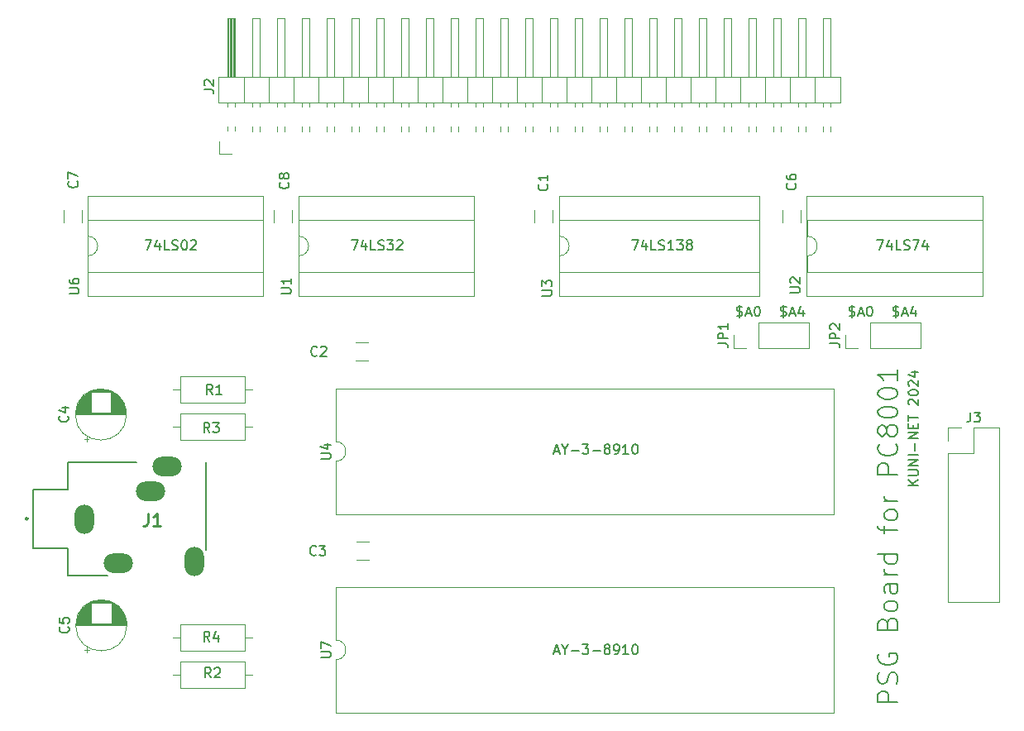
<source format=gto>
G04 #@! TF.GenerationSoftware,KiCad,Pcbnew,7.0.9*
G04 #@! TF.CreationDate,2024-01-03T11:24:54+09:00*
G04 #@! TF.ProjectId,PC8001-PSG,50433830-3031-42d5-9053-472e6b696361,rev?*
G04 #@! TF.SameCoordinates,Original*
G04 #@! TF.FileFunction,Legend,Top*
G04 #@! TF.FilePolarity,Positive*
%FSLAX46Y46*%
G04 Gerber Fmt 4.6, Leading zero omitted, Abs format (unit mm)*
G04 Created by KiCad (PCBNEW 7.0.9) date 2024-01-03 11:24:54*
%MOMM*%
%LPD*%
G01*
G04 APERTURE LIST*
%ADD10C,0.150000*%
%ADD11C,0.200000*%
%ADD12C,0.254000*%
%ADD13C,0.120000*%
%ADD14O,2.000000X3.000000*%
%ADD15O,3.000000X2.000000*%
G04 APERTURE END LIST*
D10*
X155641541Y-71069819D02*
X156308207Y-71069819D01*
X156308207Y-71069819D02*
X155879636Y-72069819D01*
X157117731Y-71403152D02*
X157117731Y-72069819D01*
X156879636Y-71022200D02*
X156641541Y-71736485D01*
X156641541Y-71736485D02*
X157260588Y-71736485D01*
X158117731Y-72069819D02*
X157641541Y-72069819D01*
X157641541Y-72069819D02*
X157641541Y-71069819D01*
X158403446Y-72022200D02*
X158546303Y-72069819D01*
X158546303Y-72069819D02*
X158784398Y-72069819D01*
X158784398Y-72069819D02*
X158879636Y-72022200D01*
X158879636Y-72022200D02*
X158927255Y-71974580D01*
X158927255Y-71974580D02*
X158974874Y-71879342D01*
X158974874Y-71879342D02*
X158974874Y-71784104D01*
X158974874Y-71784104D02*
X158927255Y-71688866D01*
X158927255Y-71688866D02*
X158879636Y-71641247D01*
X158879636Y-71641247D02*
X158784398Y-71593628D01*
X158784398Y-71593628D02*
X158593922Y-71546009D01*
X158593922Y-71546009D02*
X158498684Y-71498390D01*
X158498684Y-71498390D02*
X158451065Y-71450771D01*
X158451065Y-71450771D02*
X158403446Y-71355533D01*
X158403446Y-71355533D02*
X158403446Y-71260295D01*
X158403446Y-71260295D02*
X158451065Y-71165057D01*
X158451065Y-71165057D02*
X158498684Y-71117438D01*
X158498684Y-71117438D02*
X158593922Y-71069819D01*
X158593922Y-71069819D02*
X158832017Y-71069819D01*
X158832017Y-71069819D02*
X158974874Y-71117438D01*
X159308208Y-71069819D02*
X159974874Y-71069819D01*
X159974874Y-71069819D02*
X159546303Y-72069819D01*
X160784398Y-71403152D02*
X160784398Y-72069819D01*
X160546303Y-71022200D02*
X160308208Y-71736485D01*
X160308208Y-71736485D02*
X160927255Y-71736485D01*
X145789160Y-78822200D02*
X145932017Y-78869819D01*
X145932017Y-78869819D02*
X146170112Y-78869819D01*
X146170112Y-78869819D02*
X146265350Y-78822200D01*
X146265350Y-78822200D02*
X146312969Y-78774580D01*
X146312969Y-78774580D02*
X146360588Y-78679342D01*
X146360588Y-78679342D02*
X146360588Y-78584104D01*
X146360588Y-78584104D02*
X146312969Y-78488866D01*
X146312969Y-78488866D02*
X146265350Y-78441247D01*
X146265350Y-78441247D02*
X146170112Y-78393628D01*
X146170112Y-78393628D02*
X145979636Y-78346009D01*
X145979636Y-78346009D02*
X145884398Y-78298390D01*
X145884398Y-78298390D02*
X145836779Y-78250771D01*
X145836779Y-78250771D02*
X145789160Y-78155533D01*
X145789160Y-78155533D02*
X145789160Y-78060295D01*
X145789160Y-78060295D02*
X145836779Y-77965057D01*
X145836779Y-77965057D02*
X145884398Y-77917438D01*
X145884398Y-77917438D02*
X145979636Y-77869819D01*
X145979636Y-77869819D02*
X146217731Y-77869819D01*
X146217731Y-77869819D02*
X146360588Y-77917438D01*
X146074874Y-77726961D02*
X146074874Y-79012676D01*
X146741541Y-78584104D02*
X147217731Y-78584104D01*
X146646303Y-78869819D02*
X146979636Y-77869819D01*
X146979636Y-77869819D02*
X147312969Y-78869819D01*
X148074874Y-78203152D02*
X148074874Y-78869819D01*
X147836779Y-77822200D02*
X147598684Y-78536485D01*
X147598684Y-78536485D02*
X148217731Y-78536485D01*
X152789160Y-78822200D02*
X152932017Y-78869819D01*
X152932017Y-78869819D02*
X153170112Y-78869819D01*
X153170112Y-78869819D02*
X153265350Y-78822200D01*
X153265350Y-78822200D02*
X153312969Y-78774580D01*
X153312969Y-78774580D02*
X153360588Y-78679342D01*
X153360588Y-78679342D02*
X153360588Y-78584104D01*
X153360588Y-78584104D02*
X153312969Y-78488866D01*
X153312969Y-78488866D02*
X153265350Y-78441247D01*
X153265350Y-78441247D02*
X153170112Y-78393628D01*
X153170112Y-78393628D02*
X152979636Y-78346009D01*
X152979636Y-78346009D02*
X152884398Y-78298390D01*
X152884398Y-78298390D02*
X152836779Y-78250771D01*
X152836779Y-78250771D02*
X152789160Y-78155533D01*
X152789160Y-78155533D02*
X152789160Y-78060295D01*
X152789160Y-78060295D02*
X152836779Y-77965057D01*
X152836779Y-77965057D02*
X152884398Y-77917438D01*
X152884398Y-77917438D02*
X152979636Y-77869819D01*
X152979636Y-77869819D02*
X153217731Y-77869819D01*
X153217731Y-77869819D02*
X153360588Y-77917438D01*
X153074874Y-77726961D02*
X153074874Y-79012676D01*
X153741541Y-78584104D02*
X154217731Y-78584104D01*
X153646303Y-78869819D02*
X153979636Y-77869819D01*
X153979636Y-77869819D02*
X154312969Y-78869819D01*
X154836779Y-77869819D02*
X154932017Y-77869819D01*
X154932017Y-77869819D02*
X155027255Y-77917438D01*
X155027255Y-77917438D02*
X155074874Y-77965057D01*
X155074874Y-77965057D02*
X155122493Y-78060295D01*
X155122493Y-78060295D02*
X155170112Y-78250771D01*
X155170112Y-78250771D02*
X155170112Y-78488866D01*
X155170112Y-78488866D02*
X155122493Y-78679342D01*
X155122493Y-78679342D02*
X155074874Y-78774580D01*
X155074874Y-78774580D02*
X155027255Y-78822200D01*
X155027255Y-78822200D02*
X154932017Y-78869819D01*
X154932017Y-78869819D02*
X154836779Y-78869819D01*
X154836779Y-78869819D02*
X154741541Y-78822200D01*
X154741541Y-78822200D02*
X154693922Y-78774580D01*
X154693922Y-78774580D02*
X154646303Y-78679342D01*
X154646303Y-78679342D02*
X154598684Y-78488866D01*
X154598684Y-78488866D02*
X154598684Y-78250771D01*
X154598684Y-78250771D02*
X154646303Y-78060295D01*
X154646303Y-78060295D02*
X154693922Y-77965057D01*
X154693922Y-77965057D02*
X154741541Y-77917438D01*
X154741541Y-77917438D02*
X154836779Y-77869819D01*
X122589160Y-113184104D02*
X123065350Y-113184104D01*
X122493922Y-113469819D02*
X122827255Y-112469819D01*
X122827255Y-112469819D02*
X123160588Y-113469819D01*
X123684398Y-112993628D02*
X123684398Y-113469819D01*
X123351065Y-112469819D02*
X123684398Y-112993628D01*
X123684398Y-112993628D02*
X124017731Y-112469819D01*
X124351065Y-113088866D02*
X125112970Y-113088866D01*
X125493922Y-112469819D02*
X126112969Y-112469819D01*
X126112969Y-112469819D02*
X125779636Y-112850771D01*
X125779636Y-112850771D02*
X125922493Y-112850771D01*
X125922493Y-112850771D02*
X126017731Y-112898390D01*
X126017731Y-112898390D02*
X126065350Y-112946009D01*
X126065350Y-112946009D02*
X126112969Y-113041247D01*
X126112969Y-113041247D02*
X126112969Y-113279342D01*
X126112969Y-113279342D02*
X126065350Y-113374580D01*
X126065350Y-113374580D02*
X126017731Y-113422200D01*
X126017731Y-113422200D02*
X125922493Y-113469819D01*
X125922493Y-113469819D02*
X125636779Y-113469819D01*
X125636779Y-113469819D02*
X125541541Y-113422200D01*
X125541541Y-113422200D02*
X125493922Y-113374580D01*
X126541541Y-113088866D02*
X127303446Y-113088866D01*
X127922493Y-112898390D02*
X127827255Y-112850771D01*
X127827255Y-112850771D02*
X127779636Y-112803152D01*
X127779636Y-112803152D02*
X127732017Y-112707914D01*
X127732017Y-112707914D02*
X127732017Y-112660295D01*
X127732017Y-112660295D02*
X127779636Y-112565057D01*
X127779636Y-112565057D02*
X127827255Y-112517438D01*
X127827255Y-112517438D02*
X127922493Y-112469819D01*
X127922493Y-112469819D02*
X128112969Y-112469819D01*
X128112969Y-112469819D02*
X128208207Y-112517438D01*
X128208207Y-112517438D02*
X128255826Y-112565057D01*
X128255826Y-112565057D02*
X128303445Y-112660295D01*
X128303445Y-112660295D02*
X128303445Y-112707914D01*
X128303445Y-112707914D02*
X128255826Y-112803152D01*
X128255826Y-112803152D02*
X128208207Y-112850771D01*
X128208207Y-112850771D02*
X128112969Y-112898390D01*
X128112969Y-112898390D02*
X127922493Y-112898390D01*
X127922493Y-112898390D02*
X127827255Y-112946009D01*
X127827255Y-112946009D02*
X127779636Y-112993628D01*
X127779636Y-112993628D02*
X127732017Y-113088866D01*
X127732017Y-113088866D02*
X127732017Y-113279342D01*
X127732017Y-113279342D02*
X127779636Y-113374580D01*
X127779636Y-113374580D02*
X127827255Y-113422200D01*
X127827255Y-113422200D02*
X127922493Y-113469819D01*
X127922493Y-113469819D02*
X128112969Y-113469819D01*
X128112969Y-113469819D02*
X128208207Y-113422200D01*
X128208207Y-113422200D02*
X128255826Y-113374580D01*
X128255826Y-113374580D02*
X128303445Y-113279342D01*
X128303445Y-113279342D02*
X128303445Y-113088866D01*
X128303445Y-113088866D02*
X128255826Y-112993628D01*
X128255826Y-112993628D02*
X128208207Y-112946009D01*
X128208207Y-112946009D02*
X128112969Y-112898390D01*
X128779636Y-113469819D02*
X128970112Y-113469819D01*
X128970112Y-113469819D02*
X129065350Y-113422200D01*
X129065350Y-113422200D02*
X129112969Y-113374580D01*
X129112969Y-113374580D02*
X129208207Y-113231723D01*
X129208207Y-113231723D02*
X129255826Y-113041247D01*
X129255826Y-113041247D02*
X129255826Y-112660295D01*
X129255826Y-112660295D02*
X129208207Y-112565057D01*
X129208207Y-112565057D02*
X129160588Y-112517438D01*
X129160588Y-112517438D02*
X129065350Y-112469819D01*
X129065350Y-112469819D02*
X128874874Y-112469819D01*
X128874874Y-112469819D02*
X128779636Y-112517438D01*
X128779636Y-112517438D02*
X128732017Y-112565057D01*
X128732017Y-112565057D02*
X128684398Y-112660295D01*
X128684398Y-112660295D02*
X128684398Y-112898390D01*
X128684398Y-112898390D02*
X128732017Y-112993628D01*
X128732017Y-112993628D02*
X128779636Y-113041247D01*
X128779636Y-113041247D02*
X128874874Y-113088866D01*
X128874874Y-113088866D02*
X129065350Y-113088866D01*
X129065350Y-113088866D02*
X129160588Y-113041247D01*
X129160588Y-113041247D02*
X129208207Y-112993628D01*
X129208207Y-112993628D02*
X129255826Y-112898390D01*
X130208207Y-113469819D02*
X129636779Y-113469819D01*
X129922493Y-113469819D02*
X129922493Y-112469819D01*
X129922493Y-112469819D02*
X129827255Y-112612676D01*
X129827255Y-112612676D02*
X129732017Y-112707914D01*
X129732017Y-112707914D02*
X129636779Y-112755533D01*
X130827255Y-112469819D02*
X130922493Y-112469819D01*
X130922493Y-112469819D02*
X131017731Y-112517438D01*
X131017731Y-112517438D02*
X131065350Y-112565057D01*
X131065350Y-112565057D02*
X131112969Y-112660295D01*
X131112969Y-112660295D02*
X131160588Y-112850771D01*
X131160588Y-112850771D02*
X131160588Y-113088866D01*
X131160588Y-113088866D02*
X131112969Y-113279342D01*
X131112969Y-113279342D02*
X131065350Y-113374580D01*
X131065350Y-113374580D02*
X131017731Y-113422200D01*
X131017731Y-113422200D02*
X130922493Y-113469819D01*
X130922493Y-113469819D02*
X130827255Y-113469819D01*
X130827255Y-113469819D02*
X130732017Y-113422200D01*
X130732017Y-113422200D02*
X130684398Y-113374580D01*
X130684398Y-113374580D02*
X130636779Y-113279342D01*
X130636779Y-113279342D02*
X130589160Y-113088866D01*
X130589160Y-113088866D02*
X130589160Y-112850771D01*
X130589160Y-112850771D02*
X130636779Y-112660295D01*
X130636779Y-112660295D02*
X130684398Y-112565057D01*
X130684398Y-112565057D02*
X130732017Y-112517438D01*
X130732017Y-112517438D02*
X130827255Y-112469819D01*
X141289160Y-78822200D02*
X141432017Y-78869819D01*
X141432017Y-78869819D02*
X141670112Y-78869819D01*
X141670112Y-78869819D02*
X141765350Y-78822200D01*
X141765350Y-78822200D02*
X141812969Y-78774580D01*
X141812969Y-78774580D02*
X141860588Y-78679342D01*
X141860588Y-78679342D02*
X141860588Y-78584104D01*
X141860588Y-78584104D02*
X141812969Y-78488866D01*
X141812969Y-78488866D02*
X141765350Y-78441247D01*
X141765350Y-78441247D02*
X141670112Y-78393628D01*
X141670112Y-78393628D02*
X141479636Y-78346009D01*
X141479636Y-78346009D02*
X141384398Y-78298390D01*
X141384398Y-78298390D02*
X141336779Y-78250771D01*
X141336779Y-78250771D02*
X141289160Y-78155533D01*
X141289160Y-78155533D02*
X141289160Y-78060295D01*
X141289160Y-78060295D02*
X141336779Y-77965057D01*
X141336779Y-77965057D02*
X141384398Y-77917438D01*
X141384398Y-77917438D02*
X141479636Y-77869819D01*
X141479636Y-77869819D02*
X141717731Y-77869819D01*
X141717731Y-77869819D02*
X141860588Y-77917438D01*
X141574874Y-77726961D02*
X141574874Y-79012676D01*
X142241541Y-78584104D02*
X142717731Y-78584104D01*
X142146303Y-78869819D02*
X142479636Y-77869819D01*
X142479636Y-77869819D02*
X142812969Y-78869819D01*
X143336779Y-77869819D02*
X143432017Y-77869819D01*
X143432017Y-77869819D02*
X143527255Y-77917438D01*
X143527255Y-77917438D02*
X143574874Y-77965057D01*
X143574874Y-77965057D02*
X143622493Y-78060295D01*
X143622493Y-78060295D02*
X143670112Y-78250771D01*
X143670112Y-78250771D02*
X143670112Y-78488866D01*
X143670112Y-78488866D02*
X143622493Y-78679342D01*
X143622493Y-78679342D02*
X143574874Y-78774580D01*
X143574874Y-78774580D02*
X143527255Y-78822200D01*
X143527255Y-78822200D02*
X143432017Y-78869819D01*
X143432017Y-78869819D02*
X143336779Y-78869819D01*
X143336779Y-78869819D02*
X143241541Y-78822200D01*
X143241541Y-78822200D02*
X143193922Y-78774580D01*
X143193922Y-78774580D02*
X143146303Y-78679342D01*
X143146303Y-78679342D02*
X143098684Y-78488866D01*
X143098684Y-78488866D02*
X143098684Y-78250771D01*
X143098684Y-78250771D02*
X143146303Y-78060295D01*
X143146303Y-78060295D02*
X143193922Y-77965057D01*
X143193922Y-77965057D02*
X143241541Y-77917438D01*
X143241541Y-77917438D02*
X143336779Y-77869819D01*
X130541541Y-71069819D02*
X131208207Y-71069819D01*
X131208207Y-71069819D02*
X130779636Y-72069819D01*
X132017731Y-71403152D02*
X132017731Y-72069819D01*
X131779636Y-71022200D02*
X131541541Y-71736485D01*
X131541541Y-71736485D02*
X132160588Y-71736485D01*
X133017731Y-72069819D02*
X132541541Y-72069819D01*
X132541541Y-72069819D02*
X132541541Y-71069819D01*
X133303446Y-72022200D02*
X133446303Y-72069819D01*
X133446303Y-72069819D02*
X133684398Y-72069819D01*
X133684398Y-72069819D02*
X133779636Y-72022200D01*
X133779636Y-72022200D02*
X133827255Y-71974580D01*
X133827255Y-71974580D02*
X133874874Y-71879342D01*
X133874874Y-71879342D02*
X133874874Y-71784104D01*
X133874874Y-71784104D02*
X133827255Y-71688866D01*
X133827255Y-71688866D02*
X133779636Y-71641247D01*
X133779636Y-71641247D02*
X133684398Y-71593628D01*
X133684398Y-71593628D02*
X133493922Y-71546009D01*
X133493922Y-71546009D02*
X133398684Y-71498390D01*
X133398684Y-71498390D02*
X133351065Y-71450771D01*
X133351065Y-71450771D02*
X133303446Y-71355533D01*
X133303446Y-71355533D02*
X133303446Y-71260295D01*
X133303446Y-71260295D02*
X133351065Y-71165057D01*
X133351065Y-71165057D02*
X133398684Y-71117438D01*
X133398684Y-71117438D02*
X133493922Y-71069819D01*
X133493922Y-71069819D02*
X133732017Y-71069819D01*
X133732017Y-71069819D02*
X133874874Y-71117438D01*
X134827255Y-72069819D02*
X134255827Y-72069819D01*
X134541541Y-72069819D02*
X134541541Y-71069819D01*
X134541541Y-71069819D02*
X134446303Y-71212676D01*
X134446303Y-71212676D02*
X134351065Y-71307914D01*
X134351065Y-71307914D02*
X134255827Y-71355533D01*
X135160589Y-71069819D02*
X135779636Y-71069819D01*
X135779636Y-71069819D02*
X135446303Y-71450771D01*
X135446303Y-71450771D02*
X135589160Y-71450771D01*
X135589160Y-71450771D02*
X135684398Y-71498390D01*
X135684398Y-71498390D02*
X135732017Y-71546009D01*
X135732017Y-71546009D02*
X135779636Y-71641247D01*
X135779636Y-71641247D02*
X135779636Y-71879342D01*
X135779636Y-71879342D02*
X135732017Y-71974580D01*
X135732017Y-71974580D02*
X135684398Y-72022200D01*
X135684398Y-72022200D02*
X135589160Y-72069819D01*
X135589160Y-72069819D02*
X135303446Y-72069819D01*
X135303446Y-72069819D02*
X135208208Y-72022200D01*
X135208208Y-72022200D02*
X135160589Y-71974580D01*
X136351065Y-71498390D02*
X136255827Y-71450771D01*
X136255827Y-71450771D02*
X136208208Y-71403152D01*
X136208208Y-71403152D02*
X136160589Y-71307914D01*
X136160589Y-71307914D02*
X136160589Y-71260295D01*
X136160589Y-71260295D02*
X136208208Y-71165057D01*
X136208208Y-71165057D02*
X136255827Y-71117438D01*
X136255827Y-71117438D02*
X136351065Y-71069819D01*
X136351065Y-71069819D02*
X136541541Y-71069819D01*
X136541541Y-71069819D02*
X136636779Y-71117438D01*
X136636779Y-71117438D02*
X136684398Y-71165057D01*
X136684398Y-71165057D02*
X136732017Y-71260295D01*
X136732017Y-71260295D02*
X136732017Y-71307914D01*
X136732017Y-71307914D02*
X136684398Y-71403152D01*
X136684398Y-71403152D02*
X136636779Y-71450771D01*
X136636779Y-71450771D02*
X136541541Y-71498390D01*
X136541541Y-71498390D02*
X136351065Y-71498390D01*
X136351065Y-71498390D02*
X136255827Y-71546009D01*
X136255827Y-71546009D02*
X136208208Y-71593628D01*
X136208208Y-71593628D02*
X136160589Y-71688866D01*
X136160589Y-71688866D02*
X136160589Y-71879342D01*
X136160589Y-71879342D02*
X136208208Y-71974580D01*
X136208208Y-71974580D02*
X136255827Y-72022200D01*
X136255827Y-72022200D02*
X136351065Y-72069819D01*
X136351065Y-72069819D02*
X136541541Y-72069819D01*
X136541541Y-72069819D02*
X136636779Y-72022200D01*
X136636779Y-72022200D02*
X136684398Y-71974580D01*
X136684398Y-71974580D02*
X136732017Y-71879342D01*
X136732017Y-71879342D02*
X136732017Y-71688866D01*
X136732017Y-71688866D02*
X136684398Y-71593628D01*
X136684398Y-71593628D02*
X136636779Y-71546009D01*
X136636779Y-71546009D02*
X136541541Y-71498390D01*
X101841541Y-71069819D02*
X102508207Y-71069819D01*
X102508207Y-71069819D02*
X102079636Y-72069819D01*
X103317731Y-71403152D02*
X103317731Y-72069819D01*
X103079636Y-71022200D02*
X102841541Y-71736485D01*
X102841541Y-71736485D02*
X103460588Y-71736485D01*
X104317731Y-72069819D02*
X103841541Y-72069819D01*
X103841541Y-72069819D02*
X103841541Y-71069819D01*
X104603446Y-72022200D02*
X104746303Y-72069819D01*
X104746303Y-72069819D02*
X104984398Y-72069819D01*
X104984398Y-72069819D02*
X105079636Y-72022200D01*
X105079636Y-72022200D02*
X105127255Y-71974580D01*
X105127255Y-71974580D02*
X105174874Y-71879342D01*
X105174874Y-71879342D02*
X105174874Y-71784104D01*
X105174874Y-71784104D02*
X105127255Y-71688866D01*
X105127255Y-71688866D02*
X105079636Y-71641247D01*
X105079636Y-71641247D02*
X104984398Y-71593628D01*
X104984398Y-71593628D02*
X104793922Y-71546009D01*
X104793922Y-71546009D02*
X104698684Y-71498390D01*
X104698684Y-71498390D02*
X104651065Y-71450771D01*
X104651065Y-71450771D02*
X104603446Y-71355533D01*
X104603446Y-71355533D02*
X104603446Y-71260295D01*
X104603446Y-71260295D02*
X104651065Y-71165057D01*
X104651065Y-71165057D02*
X104698684Y-71117438D01*
X104698684Y-71117438D02*
X104793922Y-71069819D01*
X104793922Y-71069819D02*
X105032017Y-71069819D01*
X105032017Y-71069819D02*
X105174874Y-71117438D01*
X105508208Y-71069819D02*
X106127255Y-71069819D01*
X106127255Y-71069819D02*
X105793922Y-71450771D01*
X105793922Y-71450771D02*
X105936779Y-71450771D01*
X105936779Y-71450771D02*
X106032017Y-71498390D01*
X106032017Y-71498390D02*
X106079636Y-71546009D01*
X106079636Y-71546009D02*
X106127255Y-71641247D01*
X106127255Y-71641247D02*
X106127255Y-71879342D01*
X106127255Y-71879342D02*
X106079636Y-71974580D01*
X106079636Y-71974580D02*
X106032017Y-72022200D01*
X106032017Y-72022200D02*
X105936779Y-72069819D01*
X105936779Y-72069819D02*
X105651065Y-72069819D01*
X105651065Y-72069819D02*
X105555827Y-72022200D01*
X105555827Y-72022200D02*
X105508208Y-71974580D01*
X106508208Y-71165057D02*
X106555827Y-71117438D01*
X106555827Y-71117438D02*
X106651065Y-71069819D01*
X106651065Y-71069819D02*
X106889160Y-71069819D01*
X106889160Y-71069819D02*
X106984398Y-71117438D01*
X106984398Y-71117438D02*
X107032017Y-71165057D01*
X107032017Y-71165057D02*
X107079636Y-71260295D01*
X107079636Y-71260295D02*
X107079636Y-71355533D01*
X107079636Y-71355533D02*
X107032017Y-71498390D01*
X107032017Y-71498390D02*
X106460589Y-72069819D01*
X106460589Y-72069819D02*
X107079636Y-72069819D01*
X157289160Y-78822200D02*
X157432017Y-78869819D01*
X157432017Y-78869819D02*
X157670112Y-78869819D01*
X157670112Y-78869819D02*
X157765350Y-78822200D01*
X157765350Y-78822200D02*
X157812969Y-78774580D01*
X157812969Y-78774580D02*
X157860588Y-78679342D01*
X157860588Y-78679342D02*
X157860588Y-78584104D01*
X157860588Y-78584104D02*
X157812969Y-78488866D01*
X157812969Y-78488866D02*
X157765350Y-78441247D01*
X157765350Y-78441247D02*
X157670112Y-78393628D01*
X157670112Y-78393628D02*
X157479636Y-78346009D01*
X157479636Y-78346009D02*
X157384398Y-78298390D01*
X157384398Y-78298390D02*
X157336779Y-78250771D01*
X157336779Y-78250771D02*
X157289160Y-78155533D01*
X157289160Y-78155533D02*
X157289160Y-78060295D01*
X157289160Y-78060295D02*
X157336779Y-77965057D01*
X157336779Y-77965057D02*
X157384398Y-77917438D01*
X157384398Y-77917438D02*
X157479636Y-77869819D01*
X157479636Y-77869819D02*
X157717731Y-77869819D01*
X157717731Y-77869819D02*
X157860588Y-77917438D01*
X157574874Y-77726961D02*
X157574874Y-79012676D01*
X158241541Y-78584104D02*
X158717731Y-78584104D01*
X158146303Y-78869819D02*
X158479636Y-77869819D01*
X158479636Y-77869819D02*
X158812969Y-78869819D01*
X159574874Y-78203152D02*
X159574874Y-78869819D01*
X159336779Y-77822200D02*
X159098684Y-78536485D01*
X159098684Y-78536485D02*
X159717731Y-78536485D01*
D11*
X157744838Y-118392231D02*
X155744838Y-118392231D01*
X155744838Y-118392231D02*
X155744838Y-117630326D01*
X155744838Y-117630326D02*
X155840076Y-117439850D01*
X155840076Y-117439850D02*
X155935314Y-117344612D01*
X155935314Y-117344612D02*
X156125790Y-117249374D01*
X156125790Y-117249374D02*
X156411504Y-117249374D01*
X156411504Y-117249374D02*
X156601980Y-117344612D01*
X156601980Y-117344612D02*
X156697219Y-117439850D01*
X156697219Y-117439850D02*
X156792457Y-117630326D01*
X156792457Y-117630326D02*
X156792457Y-118392231D01*
X157649600Y-116487469D02*
X157744838Y-116201755D01*
X157744838Y-116201755D02*
X157744838Y-115725564D01*
X157744838Y-115725564D02*
X157649600Y-115535088D01*
X157649600Y-115535088D02*
X157554361Y-115439850D01*
X157554361Y-115439850D02*
X157363885Y-115344612D01*
X157363885Y-115344612D02*
X157173409Y-115344612D01*
X157173409Y-115344612D02*
X156982933Y-115439850D01*
X156982933Y-115439850D02*
X156887695Y-115535088D01*
X156887695Y-115535088D02*
X156792457Y-115725564D01*
X156792457Y-115725564D02*
X156697219Y-116106517D01*
X156697219Y-116106517D02*
X156601980Y-116296993D01*
X156601980Y-116296993D02*
X156506742Y-116392231D01*
X156506742Y-116392231D02*
X156316266Y-116487469D01*
X156316266Y-116487469D02*
X156125790Y-116487469D01*
X156125790Y-116487469D02*
X155935314Y-116392231D01*
X155935314Y-116392231D02*
X155840076Y-116296993D01*
X155840076Y-116296993D02*
X155744838Y-116106517D01*
X155744838Y-116106517D02*
X155744838Y-115630326D01*
X155744838Y-115630326D02*
X155840076Y-115344612D01*
X155840076Y-113439850D02*
X155744838Y-113630326D01*
X155744838Y-113630326D02*
X155744838Y-113916040D01*
X155744838Y-113916040D02*
X155840076Y-114201755D01*
X155840076Y-114201755D02*
X156030552Y-114392231D01*
X156030552Y-114392231D02*
X156221028Y-114487469D01*
X156221028Y-114487469D02*
X156601980Y-114582707D01*
X156601980Y-114582707D02*
X156887695Y-114582707D01*
X156887695Y-114582707D02*
X157268647Y-114487469D01*
X157268647Y-114487469D02*
X157459123Y-114392231D01*
X157459123Y-114392231D02*
X157649600Y-114201755D01*
X157649600Y-114201755D02*
X157744838Y-113916040D01*
X157744838Y-113916040D02*
X157744838Y-113725564D01*
X157744838Y-113725564D02*
X157649600Y-113439850D01*
X157649600Y-113439850D02*
X157554361Y-113344612D01*
X157554361Y-113344612D02*
X156887695Y-113344612D01*
X156887695Y-113344612D02*
X156887695Y-113725564D01*
X156697219Y-110296992D02*
X156792457Y-110011278D01*
X156792457Y-110011278D02*
X156887695Y-109916040D01*
X156887695Y-109916040D02*
X157078171Y-109820802D01*
X157078171Y-109820802D02*
X157363885Y-109820802D01*
X157363885Y-109820802D02*
X157554361Y-109916040D01*
X157554361Y-109916040D02*
X157649600Y-110011278D01*
X157649600Y-110011278D02*
X157744838Y-110201754D01*
X157744838Y-110201754D02*
X157744838Y-110963659D01*
X157744838Y-110963659D02*
X155744838Y-110963659D01*
X155744838Y-110963659D02*
X155744838Y-110296992D01*
X155744838Y-110296992D02*
X155840076Y-110106516D01*
X155840076Y-110106516D02*
X155935314Y-110011278D01*
X155935314Y-110011278D02*
X156125790Y-109916040D01*
X156125790Y-109916040D02*
X156316266Y-109916040D01*
X156316266Y-109916040D02*
X156506742Y-110011278D01*
X156506742Y-110011278D02*
X156601980Y-110106516D01*
X156601980Y-110106516D02*
X156697219Y-110296992D01*
X156697219Y-110296992D02*
X156697219Y-110963659D01*
X157744838Y-108677945D02*
X157649600Y-108868421D01*
X157649600Y-108868421D02*
X157554361Y-108963659D01*
X157554361Y-108963659D02*
X157363885Y-109058897D01*
X157363885Y-109058897D02*
X156792457Y-109058897D01*
X156792457Y-109058897D02*
X156601980Y-108963659D01*
X156601980Y-108963659D02*
X156506742Y-108868421D01*
X156506742Y-108868421D02*
X156411504Y-108677945D01*
X156411504Y-108677945D02*
X156411504Y-108392230D01*
X156411504Y-108392230D02*
X156506742Y-108201754D01*
X156506742Y-108201754D02*
X156601980Y-108106516D01*
X156601980Y-108106516D02*
X156792457Y-108011278D01*
X156792457Y-108011278D02*
X157363885Y-108011278D01*
X157363885Y-108011278D02*
X157554361Y-108106516D01*
X157554361Y-108106516D02*
X157649600Y-108201754D01*
X157649600Y-108201754D02*
X157744838Y-108392230D01*
X157744838Y-108392230D02*
X157744838Y-108677945D01*
X157744838Y-106296992D02*
X156697219Y-106296992D01*
X156697219Y-106296992D02*
X156506742Y-106392230D01*
X156506742Y-106392230D02*
X156411504Y-106582706D01*
X156411504Y-106582706D02*
X156411504Y-106963659D01*
X156411504Y-106963659D02*
X156506742Y-107154135D01*
X157649600Y-106296992D02*
X157744838Y-106487468D01*
X157744838Y-106487468D02*
X157744838Y-106963659D01*
X157744838Y-106963659D02*
X157649600Y-107154135D01*
X157649600Y-107154135D02*
X157459123Y-107249373D01*
X157459123Y-107249373D02*
X157268647Y-107249373D01*
X157268647Y-107249373D02*
X157078171Y-107154135D01*
X157078171Y-107154135D02*
X156982933Y-106963659D01*
X156982933Y-106963659D02*
X156982933Y-106487468D01*
X156982933Y-106487468D02*
X156887695Y-106296992D01*
X157744838Y-105344611D02*
X156411504Y-105344611D01*
X156792457Y-105344611D02*
X156601980Y-105249373D01*
X156601980Y-105249373D02*
X156506742Y-105154135D01*
X156506742Y-105154135D02*
X156411504Y-104963659D01*
X156411504Y-104963659D02*
X156411504Y-104773182D01*
X157744838Y-103249373D02*
X155744838Y-103249373D01*
X157649600Y-103249373D02*
X157744838Y-103439849D01*
X157744838Y-103439849D02*
X157744838Y-103820802D01*
X157744838Y-103820802D02*
X157649600Y-104011278D01*
X157649600Y-104011278D02*
X157554361Y-104106516D01*
X157554361Y-104106516D02*
X157363885Y-104201754D01*
X157363885Y-104201754D02*
X156792457Y-104201754D01*
X156792457Y-104201754D02*
X156601980Y-104106516D01*
X156601980Y-104106516D02*
X156506742Y-104011278D01*
X156506742Y-104011278D02*
X156411504Y-103820802D01*
X156411504Y-103820802D02*
X156411504Y-103439849D01*
X156411504Y-103439849D02*
X156506742Y-103249373D01*
X156411504Y-101058896D02*
X156411504Y-100296992D01*
X157744838Y-100773182D02*
X156030552Y-100773182D01*
X156030552Y-100773182D02*
X155840076Y-100677944D01*
X155840076Y-100677944D02*
X155744838Y-100487468D01*
X155744838Y-100487468D02*
X155744838Y-100296992D01*
X157744838Y-99344611D02*
X157649600Y-99535087D01*
X157649600Y-99535087D02*
X157554361Y-99630325D01*
X157554361Y-99630325D02*
X157363885Y-99725563D01*
X157363885Y-99725563D02*
X156792457Y-99725563D01*
X156792457Y-99725563D02*
X156601980Y-99630325D01*
X156601980Y-99630325D02*
X156506742Y-99535087D01*
X156506742Y-99535087D02*
X156411504Y-99344611D01*
X156411504Y-99344611D02*
X156411504Y-99058896D01*
X156411504Y-99058896D02*
X156506742Y-98868420D01*
X156506742Y-98868420D02*
X156601980Y-98773182D01*
X156601980Y-98773182D02*
X156792457Y-98677944D01*
X156792457Y-98677944D02*
X157363885Y-98677944D01*
X157363885Y-98677944D02*
X157554361Y-98773182D01*
X157554361Y-98773182D02*
X157649600Y-98868420D01*
X157649600Y-98868420D02*
X157744838Y-99058896D01*
X157744838Y-99058896D02*
X157744838Y-99344611D01*
X157744838Y-97820801D02*
X156411504Y-97820801D01*
X156792457Y-97820801D02*
X156601980Y-97725563D01*
X156601980Y-97725563D02*
X156506742Y-97630325D01*
X156506742Y-97630325D02*
X156411504Y-97439849D01*
X156411504Y-97439849D02*
X156411504Y-97249372D01*
X157744838Y-95058896D02*
X155744838Y-95058896D01*
X155744838Y-95058896D02*
X155744838Y-94296991D01*
X155744838Y-94296991D02*
X155840076Y-94106515D01*
X155840076Y-94106515D02*
X155935314Y-94011277D01*
X155935314Y-94011277D02*
X156125790Y-93916039D01*
X156125790Y-93916039D02*
X156411504Y-93916039D01*
X156411504Y-93916039D02*
X156601980Y-94011277D01*
X156601980Y-94011277D02*
X156697219Y-94106515D01*
X156697219Y-94106515D02*
X156792457Y-94296991D01*
X156792457Y-94296991D02*
X156792457Y-95058896D01*
X157554361Y-91916039D02*
X157649600Y-92011277D01*
X157649600Y-92011277D02*
X157744838Y-92296991D01*
X157744838Y-92296991D02*
X157744838Y-92487467D01*
X157744838Y-92487467D02*
X157649600Y-92773182D01*
X157649600Y-92773182D02*
X157459123Y-92963658D01*
X157459123Y-92963658D02*
X157268647Y-93058896D01*
X157268647Y-93058896D02*
X156887695Y-93154134D01*
X156887695Y-93154134D02*
X156601980Y-93154134D01*
X156601980Y-93154134D02*
X156221028Y-93058896D01*
X156221028Y-93058896D02*
X156030552Y-92963658D01*
X156030552Y-92963658D02*
X155840076Y-92773182D01*
X155840076Y-92773182D02*
X155744838Y-92487467D01*
X155744838Y-92487467D02*
X155744838Y-92296991D01*
X155744838Y-92296991D02*
X155840076Y-92011277D01*
X155840076Y-92011277D02*
X155935314Y-91916039D01*
X156601980Y-90773182D02*
X156506742Y-90963658D01*
X156506742Y-90963658D02*
X156411504Y-91058896D01*
X156411504Y-91058896D02*
X156221028Y-91154134D01*
X156221028Y-91154134D02*
X156125790Y-91154134D01*
X156125790Y-91154134D02*
X155935314Y-91058896D01*
X155935314Y-91058896D02*
X155840076Y-90963658D01*
X155840076Y-90963658D02*
X155744838Y-90773182D01*
X155744838Y-90773182D02*
X155744838Y-90392229D01*
X155744838Y-90392229D02*
X155840076Y-90201753D01*
X155840076Y-90201753D02*
X155935314Y-90106515D01*
X155935314Y-90106515D02*
X156125790Y-90011277D01*
X156125790Y-90011277D02*
X156221028Y-90011277D01*
X156221028Y-90011277D02*
X156411504Y-90106515D01*
X156411504Y-90106515D02*
X156506742Y-90201753D01*
X156506742Y-90201753D02*
X156601980Y-90392229D01*
X156601980Y-90392229D02*
X156601980Y-90773182D01*
X156601980Y-90773182D02*
X156697219Y-90963658D01*
X156697219Y-90963658D02*
X156792457Y-91058896D01*
X156792457Y-91058896D02*
X156982933Y-91154134D01*
X156982933Y-91154134D02*
X157363885Y-91154134D01*
X157363885Y-91154134D02*
X157554361Y-91058896D01*
X157554361Y-91058896D02*
X157649600Y-90963658D01*
X157649600Y-90963658D02*
X157744838Y-90773182D01*
X157744838Y-90773182D02*
X157744838Y-90392229D01*
X157744838Y-90392229D02*
X157649600Y-90201753D01*
X157649600Y-90201753D02*
X157554361Y-90106515D01*
X157554361Y-90106515D02*
X157363885Y-90011277D01*
X157363885Y-90011277D02*
X156982933Y-90011277D01*
X156982933Y-90011277D02*
X156792457Y-90106515D01*
X156792457Y-90106515D02*
X156697219Y-90201753D01*
X156697219Y-90201753D02*
X156601980Y-90392229D01*
X155744838Y-88773182D02*
X155744838Y-88582705D01*
X155744838Y-88582705D02*
X155840076Y-88392229D01*
X155840076Y-88392229D02*
X155935314Y-88296991D01*
X155935314Y-88296991D02*
X156125790Y-88201753D01*
X156125790Y-88201753D02*
X156506742Y-88106515D01*
X156506742Y-88106515D02*
X156982933Y-88106515D01*
X156982933Y-88106515D02*
X157363885Y-88201753D01*
X157363885Y-88201753D02*
X157554361Y-88296991D01*
X157554361Y-88296991D02*
X157649600Y-88392229D01*
X157649600Y-88392229D02*
X157744838Y-88582705D01*
X157744838Y-88582705D02*
X157744838Y-88773182D01*
X157744838Y-88773182D02*
X157649600Y-88963658D01*
X157649600Y-88963658D02*
X157554361Y-89058896D01*
X157554361Y-89058896D02*
X157363885Y-89154134D01*
X157363885Y-89154134D02*
X156982933Y-89249372D01*
X156982933Y-89249372D02*
X156506742Y-89249372D01*
X156506742Y-89249372D02*
X156125790Y-89154134D01*
X156125790Y-89154134D02*
X155935314Y-89058896D01*
X155935314Y-89058896D02*
X155840076Y-88963658D01*
X155840076Y-88963658D02*
X155744838Y-88773182D01*
X155744838Y-86868420D02*
X155744838Y-86677943D01*
X155744838Y-86677943D02*
X155840076Y-86487467D01*
X155840076Y-86487467D02*
X155935314Y-86392229D01*
X155935314Y-86392229D02*
X156125790Y-86296991D01*
X156125790Y-86296991D02*
X156506742Y-86201753D01*
X156506742Y-86201753D02*
X156982933Y-86201753D01*
X156982933Y-86201753D02*
X157363885Y-86296991D01*
X157363885Y-86296991D02*
X157554361Y-86392229D01*
X157554361Y-86392229D02*
X157649600Y-86487467D01*
X157649600Y-86487467D02*
X157744838Y-86677943D01*
X157744838Y-86677943D02*
X157744838Y-86868420D01*
X157744838Y-86868420D02*
X157649600Y-87058896D01*
X157649600Y-87058896D02*
X157554361Y-87154134D01*
X157554361Y-87154134D02*
X157363885Y-87249372D01*
X157363885Y-87249372D02*
X156982933Y-87344610D01*
X156982933Y-87344610D02*
X156506742Y-87344610D01*
X156506742Y-87344610D02*
X156125790Y-87249372D01*
X156125790Y-87249372D02*
X155935314Y-87154134D01*
X155935314Y-87154134D02*
X155840076Y-87058896D01*
X155840076Y-87058896D02*
X155744838Y-86868420D01*
X157744838Y-84296991D02*
X157744838Y-85439848D01*
X157744838Y-84868420D02*
X155744838Y-84868420D01*
X155744838Y-84868420D02*
X156030552Y-85058896D01*
X156030552Y-85058896D02*
X156221028Y-85249372D01*
X156221028Y-85249372D02*
X156316266Y-85439848D01*
D10*
X159869819Y-96163220D02*
X158869819Y-96163220D01*
X159869819Y-95591792D02*
X159298390Y-96020363D01*
X158869819Y-95591792D02*
X159441247Y-96163220D01*
X158869819Y-95163220D02*
X159679342Y-95163220D01*
X159679342Y-95163220D02*
X159774580Y-95115601D01*
X159774580Y-95115601D02*
X159822200Y-95067982D01*
X159822200Y-95067982D02*
X159869819Y-94972744D01*
X159869819Y-94972744D02*
X159869819Y-94782268D01*
X159869819Y-94782268D02*
X159822200Y-94687030D01*
X159822200Y-94687030D02*
X159774580Y-94639411D01*
X159774580Y-94639411D02*
X159679342Y-94591792D01*
X159679342Y-94591792D02*
X158869819Y-94591792D01*
X159869819Y-94115601D02*
X158869819Y-94115601D01*
X158869819Y-94115601D02*
X159869819Y-93544173D01*
X159869819Y-93544173D02*
X158869819Y-93544173D01*
X159869819Y-93067982D02*
X158869819Y-93067982D01*
X159488866Y-92591792D02*
X159488866Y-91829888D01*
X159869819Y-91353697D02*
X158869819Y-91353697D01*
X158869819Y-91353697D02*
X159869819Y-90782269D01*
X159869819Y-90782269D02*
X158869819Y-90782269D01*
X159346009Y-90306078D02*
X159346009Y-89972745D01*
X159869819Y-89829888D02*
X159869819Y-90306078D01*
X159869819Y-90306078D02*
X158869819Y-90306078D01*
X158869819Y-90306078D02*
X158869819Y-89829888D01*
X158869819Y-89544173D02*
X158869819Y-88972745D01*
X159869819Y-89258459D02*
X158869819Y-89258459D01*
X158965057Y-87925125D02*
X158917438Y-87877506D01*
X158917438Y-87877506D02*
X158869819Y-87782268D01*
X158869819Y-87782268D02*
X158869819Y-87544173D01*
X158869819Y-87544173D02*
X158917438Y-87448935D01*
X158917438Y-87448935D02*
X158965057Y-87401316D01*
X158965057Y-87401316D02*
X159060295Y-87353697D01*
X159060295Y-87353697D02*
X159155533Y-87353697D01*
X159155533Y-87353697D02*
X159298390Y-87401316D01*
X159298390Y-87401316D02*
X159869819Y-87972744D01*
X159869819Y-87972744D02*
X159869819Y-87353697D01*
X158869819Y-86734649D02*
X158869819Y-86639411D01*
X158869819Y-86639411D02*
X158917438Y-86544173D01*
X158917438Y-86544173D02*
X158965057Y-86496554D01*
X158965057Y-86496554D02*
X159060295Y-86448935D01*
X159060295Y-86448935D02*
X159250771Y-86401316D01*
X159250771Y-86401316D02*
X159488866Y-86401316D01*
X159488866Y-86401316D02*
X159679342Y-86448935D01*
X159679342Y-86448935D02*
X159774580Y-86496554D01*
X159774580Y-86496554D02*
X159822200Y-86544173D01*
X159822200Y-86544173D02*
X159869819Y-86639411D01*
X159869819Y-86639411D02*
X159869819Y-86734649D01*
X159869819Y-86734649D02*
X159822200Y-86829887D01*
X159822200Y-86829887D02*
X159774580Y-86877506D01*
X159774580Y-86877506D02*
X159679342Y-86925125D01*
X159679342Y-86925125D02*
X159488866Y-86972744D01*
X159488866Y-86972744D02*
X159250771Y-86972744D01*
X159250771Y-86972744D02*
X159060295Y-86925125D01*
X159060295Y-86925125D02*
X158965057Y-86877506D01*
X158965057Y-86877506D02*
X158917438Y-86829887D01*
X158917438Y-86829887D02*
X158869819Y-86734649D01*
X158965057Y-86020363D02*
X158917438Y-85972744D01*
X158917438Y-85972744D02*
X158869819Y-85877506D01*
X158869819Y-85877506D02*
X158869819Y-85639411D01*
X158869819Y-85639411D02*
X158917438Y-85544173D01*
X158917438Y-85544173D02*
X158965057Y-85496554D01*
X158965057Y-85496554D02*
X159060295Y-85448935D01*
X159060295Y-85448935D02*
X159155533Y-85448935D01*
X159155533Y-85448935D02*
X159298390Y-85496554D01*
X159298390Y-85496554D02*
X159869819Y-86067982D01*
X159869819Y-86067982D02*
X159869819Y-85448935D01*
X159203152Y-84591792D02*
X159869819Y-84591792D01*
X158822200Y-84829887D02*
X159536485Y-85067982D01*
X159536485Y-85067982D02*
X159536485Y-84448935D01*
X122589160Y-92684104D02*
X123065350Y-92684104D01*
X122493922Y-92969819D02*
X122827255Y-91969819D01*
X122827255Y-91969819D02*
X123160588Y-92969819D01*
X123684398Y-92493628D02*
X123684398Y-92969819D01*
X123351065Y-91969819D02*
X123684398Y-92493628D01*
X123684398Y-92493628D02*
X124017731Y-91969819D01*
X124351065Y-92588866D02*
X125112970Y-92588866D01*
X125493922Y-91969819D02*
X126112969Y-91969819D01*
X126112969Y-91969819D02*
X125779636Y-92350771D01*
X125779636Y-92350771D02*
X125922493Y-92350771D01*
X125922493Y-92350771D02*
X126017731Y-92398390D01*
X126017731Y-92398390D02*
X126065350Y-92446009D01*
X126065350Y-92446009D02*
X126112969Y-92541247D01*
X126112969Y-92541247D02*
X126112969Y-92779342D01*
X126112969Y-92779342D02*
X126065350Y-92874580D01*
X126065350Y-92874580D02*
X126017731Y-92922200D01*
X126017731Y-92922200D02*
X125922493Y-92969819D01*
X125922493Y-92969819D02*
X125636779Y-92969819D01*
X125636779Y-92969819D02*
X125541541Y-92922200D01*
X125541541Y-92922200D02*
X125493922Y-92874580D01*
X126541541Y-92588866D02*
X127303446Y-92588866D01*
X127922493Y-92398390D02*
X127827255Y-92350771D01*
X127827255Y-92350771D02*
X127779636Y-92303152D01*
X127779636Y-92303152D02*
X127732017Y-92207914D01*
X127732017Y-92207914D02*
X127732017Y-92160295D01*
X127732017Y-92160295D02*
X127779636Y-92065057D01*
X127779636Y-92065057D02*
X127827255Y-92017438D01*
X127827255Y-92017438D02*
X127922493Y-91969819D01*
X127922493Y-91969819D02*
X128112969Y-91969819D01*
X128112969Y-91969819D02*
X128208207Y-92017438D01*
X128208207Y-92017438D02*
X128255826Y-92065057D01*
X128255826Y-92065057D02*
X128303445Y-92160295D01*
X128303445Y-92160295D02*
X128303445Y-92207914D01*
X128303445Y-92207914D02*
X128255826Y-92303152D01*
X128255826Y-92303152D02*
X128208207Y-92350771D01*
X128208207Y-92350771D02*
X128112969Y-92398390D01*
X128112969Y-92398390D02*
X127922493Y-92398390D01*
X127922493Y-92398390D02*
X127827255Y-92446009D01*
X127827255Y-92446009D02*
X127779636Y-92493628D01*
X127779636Y-92493628D02*
X127732017Y-92588866D01*
X127732017Y-92588866D02*
X127732017Y-92779342D01*
X127732017Y-92779342D02*
X127779636Y-92874580D01*
X127779636Y-92874580D02*
X127827255Y-92922200D01*
X127827255Y-92922200D02*
X127922493Y-92969819D01*
X127922493Y-92969819D02*
X128112969Y-92969819D01*
X128112969Y-92969819D02*
X128208207Y-92922200D01*
X128208207Y-92922200D02*
X128255826Y-92874580D01*
X128255826Y-92874580D02*
X128303445Y-92779342D01*
X128303445Y-92779342D02*
X128303445Y-92588866D01*
X128303445Y-92588866D02*
X128255826Y-92493628D01*
X128255826Y-92493628D02*
X128208207Y-92446009D01*
X128208207Y-92446009D02*
X128112969Y-92398390D01*
X128779636Y-92969819D02*
X128970112Y-92969819D01*
X128970112Y-92969819D02*
X129065350Y-92922200D01*
X129065350Y-92922200D02*
X129112969Y-92874580D01*
X129112969Y-92874580D02*
X129208207Y-92731723D01*
X129208207Y-92731723D02*
X129255826Y-92541247D01*
X129255826Y-92541247D02*
X129255826Y-92160295D01*
X129255826Y-92160295D02*
X129208207Y-92065057D01*
X129208207Y-92065057D02*
X129160588Y-92017438D01*
X129160588Y-92017438D02*
X129065350Y-91969819D01*
X129065350Y-91969819D02*
X128874874Y-91969819D01*
X128874874Y-91969819D02*
X128779636Y-92017438D01*
X128779636Y-92017438D02*
X128732017Y-92065057D01*
X128732017Y-92065057D02*
X128684398Y-92160295D01*
X128684398Y-92160295D02*
X128684398Y-92398390D01*
X128684398Y-92398390D02*
X128732017Y-92493628D01*
X128732017Y-92493628D02*
X128779636Y-92541247D01*
X128779636Y-92541247D02*
X128874874Y-92588866D01*
X128874874Y-92588866D02*
X129065350Y-92588866D01*
X129065350Y-92588866D02*
X129160588Y-92541247D01*
X129160588Y-92541247D02*
X129208207Y-92493628D01*
X129208207Y-92493628D02*
X129255826Y-92398390D01*
X130208207Y-92969819D02*
X129636779Y-92969819D01*
X129922493Y-92969819D02*
X129922493Y-91969819D01*
X129922493Y-91969819D02*
X129827255Y-92112676D01*
X129827255Y-92112676D02*
X129732017Y-92207914D01*
X129732017Y-92207914D02*
X129636779Y-92255533D01*
X130827255Y-91969819D02*
X130922493Y-91969819D01*
X130922493Y-91969819D02*
X131017731Y-92017438D01*
X131017731Y-92017438D02*
X131065350Y-92065057D01*
X131065350Y-92065057D02*
X131112969Y-92160295D01*
X131112969Y-92160295D02*
X131160588Y-92350771D01*
X131160588Y-92350771D02*
X131160588Y-92588866D01*
X131160588Y-92588866D02*
X131112969Y-92779342D01*
X131112969Y-92779342D02*
X131065350Y-92874580D01*
X131065350Y-92874580D02*
X131017731Y-92922200D01*
X131017731Y-92922200D02*
X130922493Y-92969819D01*
X130922493Y-92969819D02*
X130827255Y-92969819D01*
X130827255Y-92969819D02*
X130732017Y-92922200D01*
X130732017Y-92922200D02*
X130684398Y-92874580D01*
X130684398Y-92874580D02*
X130636779Y-92779342D01*
X130636779Y-92779342D02*
X130589160Y-92588866D01*
X130589160Y-92588866D02*
X130589160Y-92350771D01*
X130589160Y-92350771D02*
X130636779Y-92160295D01*
X130636779Y-92160295D02*
X130684398Y-92065057D01*
X130684398Y-92065057D02*
X130732017Y-92017438D01*
X130732017Y-92017438D02*
X130827255Y-91969819D01*
X80741541Y-71069819D02*
X81408207Y-71069819D01*
X81408207Y-71069819D02*
X80979636Y-72069819D01*
X82217731Y-71403152D02*
X82217731Y-72069819D01*
X81979636Y-71022200D02*
X81741541Y-71736485D01*
X81741541Y-71736485D02*
X82360588Y-71736485D01*
X83217731Y-72069819D02*
X82741541Y-72069819D01*
X82741541Y-72069819D02*
X82741541Y-71069819D01*
X83503446Y-72022200D02*
X83646303Y-72069819D01*
X83646303Y-72069819D02*
X83884398Y-72069819D01*
X83884398Y-72069819D02*
X83979636Y-72022200D01*
X83979636Y-72022200D02*
X84027255Y-71974580D01*
X84027255Y-71974580D02*
X84074874Y-71879342D01*
X84074874Y-71879342D02*
X84074874Y-71784104D01*
X84074874Y-71784104D02*
X84027255Y-71688866D01*
X84027255Y-71688866D02*
X83979636Y-71641247D01*
X83979636Y-71641247D02*
X83884398Y-71593628D01*
X83884398Y-71593628D02*
X83693922Y-71546009D01*
X83693922Y-71546009D02*
X83598684Y-71498390D01*
X83598684Y-71498390D02*
X83551065Y-71450771D01*
X83551065Y-71450771D02*
X83503446Y-71355533D01*
X83503446Y-71355533D02*
X83503446Y-71260295D01*
X83503446Y-71260295D02*
X83551065Y-71165057D01*
X83551065Y-71165057D02*
X83598684Y-71117438D01*
X83598684Y-71117438D02*
X83693922Y-71069819D01*
X83693922Y-71069819D02*
X83932017Y-71069819D01*
X83932017Y-71069819D02*
X84074874Y-71117438D01*
X84693922Y-71069819D02*
X84789160Y-71069819D01*
X84789160Y-71069819D02*
X84884398Y-71117438D01*
X84884398Y-71117438D02*
X84932017Y-71165057D01*
X84932017Y-71165057D02*
X84979636Y-71260295D01*
X84979636Y-71260295D02*
X85027255Y-71450771D01*
X85027255Y-71450771D02*
X85027255Y-71688866D01*
X85027255Y-71688866D02*
X84979636Y-71879342D01*
X84979636Y-71879342D02*
X84932017Y-71974580D01*
X84932017Y-71974580D02*
X84884398Y-72022200D01*
X84884398Y-72022200D02*
X84789160Y-72069819D01*
X84789160Y-72069819D02*
X84693922Y-72069819D01*
X84693922Y-72069819D02*
X84598684Y-72022200D01*
X84598684Y-72022200D02*
X84551065Y-71974580D01*
X84551065Y-71974580D02*
X84503446Y-71879342D01*
X84503446Y-71879342D02*
X84455827Y-71688866D01*
X84455827Y-71688866D02*
X84455827Y-71450771D01*
X84455827Y-71450771D02*
X84503446Y-71260295D01*
X84503446Y-71260295D02*
X84551065Y-71165057D01*
X84551065Y-71165057D02*
X84598684Y-71117438D01*
X84598684Y-71117438D02*
X84693922Y-71069819D01*
X85408208Y-71165057D02*
X85455827Y-71117438D01*
X85455827Y-71117438D02*
X85551065Y-71069819D01*
X85551065Y-71069819D02*
X85789160Y-71069819D01*
X85789160Y-71069819D02*
X85884398Y-71117438D01*
X85884398Y-71117438D02*
X85932017Y-71165057D01*
X85932017Y-71165057D02*
X85979636Y-71260295D01*
X85979636Y-71260295D02*
X85979636Y-71355533D01*
X85979636Y-71355533D02*
X85932017Y-71498390D01*
X85932017Y-71498390D02*
X85360589Y-72069819D01*
X85360589Y-72069819D02*
X85979636Y-72069819D01*
X121859580Y-65366666D02*
X121907200Y-65414285D01*
X121907200Y-65414285D02*
X121954819Y-65557142D01*
X121954819Y-65557142D02*
X121954819Y-65652380D01*
X121954819Y-65652380D02*
X121907200Y-65795237D01*
X121907200Y-65795237D02*
X121811961Y-65890475D01*
X121811961Y-65890475D02*
X121716723Y-65938094D01*
X121716723Y-65938094D02*
X121526247Y-65985713D01*
X121526247Y-65985713D02*
X121383390Y-65985713D01*
X121383390Y-65985713D02*
X121192914Y-65938094D01*
X121192914Y-65938094D02*
X121097676Y-65890475D01*
X121097676Y-65890475D02*
X121002438Y-65795237D01*
X121002438Y-65795237D02*
X120954819Y-65652380D01*
X120954819Y-65652380D02*
X120954819Y-65557142D01*
X120954819Y-65557142D02*
X121002438Y-65414285D01*
X121002438Y-65414285D02*
X121050057Y-65366666D01*
X121954819Y-64414285D02*
X121954819Y-64985713D01*
X121954819Y-64699999D02*
X120954819Y-64699999D01*
X120954819Y-64699999D02*
X121097676Y-64795237D01*
X121097676Y-64795237D02*
X121192914Y-64890475D01*
X121192914Y-64890475D02*
X121240533Y-64985713D01*
D12*
X81034667Y-99037318D02*
X81034667Y-99944461D01*
X81034667Y-99944461D02*
X80974190Y-100125889D01*
X80974190Y-100125889D02*
X80853238Y-100246842D01*
X80853238Y-100246842D02*
X80671809Y-100307318D01*
X80671809Y-100307318D02*
X80550857Y-100307318D01*
X82304667Y-100307318D02*
X81578952Y-100307318D01*
X81941809Y-100307318D02*
X81941809Y-99037318D01*
X81941809Y-99037318D02*
X81820857Y-99218746D01*
X81820857Y-99218746D02*
X81699905Y-99339699D01*
X81699905Y-99339699D02*
X81578952Y-99400175D01*
D10*
X86754819Y-55648333D02*
X87469104Y-55648333D01*
X87469104Y-55648333D02*
X87611961Y-55695952D01*
X87611961Y-55695952D02*
X87707200Y-55791190D01*
X87707200Y-55791190D02*
X87754819Y-55934047D01*
X87754819Y-55934047D02*
X87754819Y-56029285D01*
X86850057Y-55219761D02*
X86802438Y-55172142D01*
X86802438Y-55172142D02*
X86754819Y-55076904D01*
X86754819Y-55076904D02*
X86754819Y-54838809D01*
X86754819Y-54838809D02*
X86802438Y-54743571D01*
X86802438Y-54743571D02*
X86850057Y-54695952D01*
X86850057Y-54695952D02*
X86945295Y-54648333D01*
X86945295Y-54648333D02*
X87040533Y-54648333D01*
X87040533Y-54648333D02*
X87183390Y-54695952D01*
X87183390Y-54695952D02*
X87754819Y-55267380D01*
X87754819Y-55267380D02*
X87754819Y-54648333D01*
X72954819Y-76561904D02*
X73764342Y-76561904D01*
X73764342Y-76561904D02*
X73859580Y-76514285D01*
X73859580Y-76514285D02*
X73907200Y-76466666D01*
X73907200Y-76466666D02*
X73954819Y-76371428D01*
X73954819Y-76371428D02*
X73954819Y-76180952D01*
X73954819Y-76180952D02*
X73907200Y-76085714D01*
X73907200Y-76085714D02*
X73859580Y-76038095D01*
X73859580Y-76038095D02*
X73764342Y-75990476D01*
X73764342Y-75990476D02*
X72954819Y-75990476D01*
X72954819Y-75085714D02*
X72954819Y-75276190D01*
X72954819Y-75276190D02*
X73002438Y-75371428D01*
X73002438Y-75371428D02*
X73050057Y-75419047D01*
X73050057Y-75419047D02*
X73192914Y-75514285D01*
X73192914Y-75514285D02*
X73383390Y-75561904D01*
X73383390Y-75561904D02*
X73764342Y-75561904D01*
X73764342Y-75561904D02*
X73859580Y-75514285D01*
X73859580Y-75514285D02*
X73907200Y-75466666D01*
X73907200Y-75466666D02*
X73954819Y-75371428D01*
X73954819Y-75371428D02*
X73954819Y-75180952D01*
X73954819Y-75180952D02*
X73907200Y-75085714D01*
X73907200Y-75085714D02*
X73859580Y-75038095D01*
X73859580Y-75038095D02*
X73764342Y-74990476D01*
X73764342Y-74990476D02*
X73526247Y-74990476D01*
X73526247Y-74990476D02*
X73431009Y-75038095D01*
X73431009Y-75038095D02*
X73383390Y-75085714D01*
X73383390Y-75085714D02*
X73335771Y-75180952D01*
X73335771Y-75180952D02*
X73335771Y-75371428D01*
X73335771Y-75371428D02*
X73383390Y-75466666D01*
X73383390Y-75466666D02*
X73431009Y-75514285D01*
X73431009Y-75514285D02*
X73526247Y-75561904D01*
X98724819Y-93471904D02*
X99534342Y-93471904D01*
X99534342Y-93471904D02*
X99629580Y-93424285D01*
X99629580Y-93424285D02*
X99677200Y-93376666D01*
X99677200Y-93376666D02*
X99724819Y-93281428D01*
X99724819Y-93281428D02*
X99724819Y-93090952D01*
X99724819Y-93090952D02*
X99677200Y-92995714D01*
X99677200Y-92995714D02*
X99629580Y-92948095D01*
X99629580Y-92948095D02*
X99534342Y-92900476D01*
X99534342Y-92900476D02*
X98724819Y-92900476D01*
X99058152Y-91995714D02*
X99724819Y-91995714D01*
X98677200Y-92233809D02*
X99391485Y-92471904D01*
X99391485Y-92471904D02*
X99391485Y-91852857D01*
X146754819Y-76461904D02*
X147564342Y-76461904D01*
X147564342Y-76461904D02*
X147659580Y-76414285D01*
X147659580Y-76414285D02*
X147707200Y-76366666D01*
X147707200Y-76366666D02*
X147754819Y-76271428D01*
X147754819Y-76271428D02*
X147754819Y-76080952D01*
X147754819Y-76080952D02*
X147707200Y-75985714D01*
X147707200Y-75985714D02*
X147659580Y-75938095D01*
X147659580Y-75938095D02*
X147564342Y-75890476D01*
X147564342Y-75890476D02*
X146754819Y-75890476D01*
X146850057Y-75461904D02*
X146802438Y-75414285D01*
X146802438Y-75414285D02*
X146754819Y-75319047D01*
X146754819Y-75319047D02*
X146754819Y-75080952D01*
X146754819Y-75080952D02*
X146802438Y-74985714D01*
X146802438Y-74985714D02*
X146850057Y-74938095D01*
X146850057Y-74938095D02*
X146945295Y-74890476D01*
X146945295Y-74890476D02*
X147040533Y-74890476D01*
X147040533Y-74890476D02*
X147183390Y-74938095D01*
X147183390Y-74938095D02*
X147754819Y-75509523D01*
X147754819Y-75509523D02*
X147754819Y-74890476D01*
X94654819Y-76561904D02*
X95464342Y-76561904D01*
X95464342Y-76561904D02*
X95559580Y-76514285D01*
X95559580Y-76514285D02*
X95607200Y-76466666D01*
X95607200Y-76466666D02*
X95654819Y-76371428D01*
X95654819Y-76371428D02*
X95654819Y-76180952D01*
X95654819Y-76180952D02*
X95607200Y-76085714D01*
X95607200Y-76085714D02*
X95559580Y-76038095D01*
X95559580Y-76038095D02*
X95464342Y-75990476D01*
X95464342Y-75990476D02*
X94654819Y-75990476D01*
X95654819Y-74990476D02*
X95654819Y-75561904D01*
X95654819Y-75276190D02*
X94654819Y-75276190D01*
X94654819Y-75276190D02*
X94797676Y-75371428D01*
X94797676Y-75371428D02*
X94892914Y-75466666D01*
X94892914Y-75466666D02*
X94940533Y-75561904D01*
X98724819Y-113791904D02*
X99534342Y-113791904D01*
X99534342Y-113791904D02*
X99629580Y-113744285D01*
X99629580Y-113744285D02*
X99677200Y-113696666D01*
X99677200Y-113696666D02*
X99724819Y-113601428D01*
X99724819Y-113601428D02*
X99724819Y-113410952D01*
X99724819Y-113410952D02*
X99677200Y-113315714D01*
X99677200Y-113315714D02*
X99629580Y-113268095D01*
X99629580Y-113268095D02*
X99534342Y-113220476D01*
X99534342Y-113220476D02*
X98724819Y-113220476D01*
X98724819Y-112839523D02*
X98724819Y-112172857D01*
X98724819Y-112172857D02*
X99724819Y-112601428D01*
X87463333Y-115854819D02*
X87130000Y-115378628D01*
X86891905Y-115854819D02*
X86891905Y-114854819D01*
X86891905Y-114854819D02*
X87272857Y-114854819D01*
X87272857Y-114854819D02*
X87368095Y-114902438D01*
X87368095Y-114902438D02*
X87415714Y-114950057D01*
X87415714Y-114950057D02*
X87463333Y-115045295D01*
X87463333Y-115045295D02*
X87463333Y-115188152D01*
X87463333Y-115188152D02*
X87415714Y-115283390D01*
X87415714Y-115283390D02*
X87368095Y-115331009D01*
X87368095Y-115331009D02*
X87272857Y-115378628D01*
X87272857Y-115378628D02*
X86891905Y-115378628D01*
X87844286Y-114950057D02*
X87891905Y-114902438D01*
X87891905Y-114902438D02*
X87987143Y-114854819D01*
X87987143Y-114854819D02*
X88225238Y-114854819D01*
X88225238Y-114854819D02*
X88320476Y-114902438D01*
X88320476Y-114902438D02*
X88368095Y-114950057D01*
X88368095Y-114950057D02*
X88415714Y-115045295D01*
X88415714Y-115045295D02*
X88415714Y-115140533D01*
X88415714Y-115140533D02*
X88368095Y-115283390D01*
X88368095Y-115283390D02*
X87796667Y-115854819D01*
X87796667Y-115854819D02*
X88415714Y-115854819D01*
X73759580Y-65066666D02*
X73807200Y-65114285D01*
X73807200Y-65114285D02*
X73854819Y-65257142D01*
X73854819Y-65257142D02*
X73854819Y-65352380D01*
X73854819Y-65352380D02*
X73807200Y-65495237D01*
X73807200Y-65495237D02*
X73711961Y-65590475D01*
X73711961Y-65590475D02*
X73616723Y-65638094D01*
X73616723Y-65638094D02*
X73426247Y-65685713D01*
X73426247Y-65685713D02*
X73283390Y-65685713D01*
X73283390Y-65685713D02*
X73092914Y-65638094D01*
X73092914Y-65638094D02*
X72997676Y-65590475D01*
X72997676Y-65590475D02*
X72902438Y-65495237D01*
X72902438Y-65495237D02*
X72854819Y-65352380D01*
X72854819Y-65352380D02*
X72854819Y-65257142D01*
X72854819Y-65257142D02*
X72902438Y-65114285D01*
X72902438Y-65114285D02*
X72950057Y-65066666D01*
X72854819Y-64733332D02*
X72854819Y-64066666D01*
X72854819Y-64066666D02*
X73854819Y-64495237D01*
X87633333Y-86854819D02*
X87300000Y-86378628D01*
X87061905Y-86854819D02*
X87061905Y-85854819D01*
X87061905Y-85854819D02*
X87442857Y-85854819D01*
X87442857Y-85854819D02*
X87538095Y-85902438D01*
X87538095Y-85902438D02*
X87585714Y-85950057D01*
X87585714Y-85950057D02*
X87633333Y-86045295D01*
X87633333Y-86045295D02*
X87633333Y-86188152D01*
X87633333Y-86188152D02*
X87585714Y-86283390D01*
X87585714Y-86283390D02*
X87538095Y-86331009D01*
X87538095Y-86331009D02*
X87442857Y-86378628D01*
X87442857Y-86378628D02*
X87061905Y-86378628D01*
X88585714Y-86854819D02*
X88014286Y-86854819D01*
X88300000Y-86854819D02*
X88300000Y-85854819D01*
X88300000Y-85854819D02*
X88204762Y-85997676D01*
X88204762Y-85997676D02*
X88109524Y-86092914D01*
X88109524Y-86092914D02*
X88014286Y-86140533D01*
X121354819Y-76761904D02*
X122164342Y-76761904D01*
X122164342Y-76761904D02*
X122259580Y-76714285D01*
X122259580Y-76714285D02*
X122307200Y-76666666D01*
X122307200Y-76666666D02*
X122354819Y-76571428D01*
X122354819Y-76571428D02*
X122354819Y-76380952D01*
X122354819Y-76380952D02*
X122307200Y-76285714D01*
X122307200Y-76285714D02*
X122259580Y-76238095D01*
X122259580Y-76238095D02*
X122164342Y-76190476D01*
X122164342Y-76190476D02*
X121354819Y-76190476D01*
X121354819Y-75809523D02*
X121354819Y-75190476D01*
X121354819Y-75190476D02*
X121735771Y-75523809D01*
X121735771Y-75523809D02*
X121735771Y-75380952D01*
X121735771Y-75380952D02*
X121783390Y-75285714D01*
X121783390Y-75285714D02*
X121831009Y-75238095D01*
X121831009Y-75238095D02*
X121926247Y-75190476D01*
X121926247Y-75190476D02*
X122164342Y-75190476D01*
X122164342Y-75190476D02*
X122259580Y-75238095D01*
X122259580Y-75238095D02*
X122307200Y-75285714D01*
X122307200Y-75285714D02*
X122354819Y-75380952D01*
X122354819Y-75380952D02*
X122354819Y-75666666D01*
X122354819Y-75666666D02*
X122307200Y-75761904D01*
X122307200Y-75761904D02*
X122259580Y-75809523D01*
X139389819Y-81633333D02*
X140104104Y-81633333D01*
X140104104Y-81633333D02*
X140246961Y-81680952D01*
X140246961Y-81680952D02*
X140342200Y-81776190D01*
X140342200Y-81776190D02*
X140389819Y-81919047D01*
X140389819Y-81919047D02*
X140389819Y-82014285D01*
X140389819Y-81157142D02*
X139389819Y-81157142D01*
X139389819Y-81157142D02*
X139389819Y-80776190D01*
X139389819Y-80776190D02*
X139437438Y-80680952D01*
X139437438Y-80680952D02*
X139485057Y-80633333D01*
X139485057Y-80633333D02*
X139580295Y-80585714D01*
X139580295Y-80585714D02*
X139723152Y-80585714D01*
X139723152Y-80585714D02*
X139818390Y-80633333D01*
X139818390Y-80633333D02*
X139866009Y-80680952D01*
X139866009Y-80680952D02*
X139913628Y-80776190D01*
X139913628Y-80776190D02*
X139913628Y-81157142D01*
X140389819Y-79633333D02*
X140389819Y-80204761D01*
X140389819Y-79919047D02*
X139389819Y-79919047D01*
X139389819Y-79919047D02*
X139532676Y-80014285D01*
X139532676Y-80014285D02*
X139627914Y-80109523D01*
X139627914Y-80109523D02*
X139675533Y-80204761D01*
X98233333Y-103259580D02*
X98185714Y-103307200D01*
X98185714Y-103307200D02*
X98042857Y-103354819D01*
X98042857Y-103354819D02*
X97947619Y-103354819D01*
X97947619Y-103354819D02*
X97804762Y-103307200D01*
X97804762Y-103307200D02*
X97709524Y-103211961D01*
X97709524Y-103211961D02*
X97661905Y-103116723D01*
X97661905Y-103116723D02*
X97614286Y-102926247D01*
X97614286Y-102926247D02*
X97614286Y-102783390D01*
X97614286Y-102783390D02*
X97661905Y-102592914D01*
X97661905Y-102592914D02*
X97709524Y-102497676D01*
X97709524Y-102497676D02*
X97804762Y-102402438D01*
X97804762Y-102402438D02*
X97947619Y-102354819D01*
X97947619Y-102354819D02*
X98042857Y-102354819D01*
X98042857Y-102354819D02*
X98185714Y-102402438D01*
X98185714Y-102402438D02*
X98233333Y-102450057D01*
X98566667Y-102354819D02*
X99185714Y-102354819D01*
X99185714Y-102354819D02*
X98852381Y-102735771D01*
X98852381Y-102735771D02*
X98995238Y-102735771D01*
X98995238Y-102735771D02*
X99090476Y-102783390D01*
X99090476Y-102783390D02*
X99138095Y-102831009D01*
X99138095Y-102831009D02*
X99185714Y-102926247D01*
X99185714Y-102926247D02*
X99185714Y-103164342D01*
X99185714Y-103164342D02*
X99138095Y-103259580D01*
X99138095Y-103259580D02*
X99090476Y-103307200D01*
X99090476Y-103307200D02*
X98995238Y-103354819D01*
X98995238Y-103354819D02*
X98709524Y-103354819D01*
X98709524Y-103354819D02*
X98614286Y-103307200D01*
X98614286Y-103307200D02*
X98566667Y-103259580D01*
X87333333Y-90754819D02*
X87000000Y-90278628D01*
X86761905Y-90754819D02*
X86761905Y-89754819D01*
X86761905Y-89754819D02*
X87142857Y-89754819D01*
X87142857Y-89754819D02*
X87238095Y-89802438D01*
X87238095Y-89802438D02*
X87285714Y-89850057D01*
X87285714Y-89850057D02*
X87333333Y-89945295D01*
X87333333Y-89945295D02*
X87333333Y-90088152D01*
X87333333Y-90088152D02*
X87285714Y-90183390D01*
X87285714Y-90183390D02*
X87238095Y-90231009D01*
X87238095Y-90231009D02*
X87142857Y-90278628D01*
X87142857Y-90278628D02*
X86761905Y-90278628D01*
X87666667Y-89754819D02*
X88285714Y-89754819D01*
X88285714Y-89754819D02*
X87952381Y-90135771D01*
X87952381Y-90135771D02*
X88095238Y-90135771D01*
X88095238Y-90135771D02*
X88190476Y-90183390D01*
X88190476Y-90183390D02*
X88238095Y-90231009D01*
X88238095Y-90231009D02*
X88285714Y-90326247D01*
X88285714Y-90326247D02*
X88285714Y-90564342D01*
X88285714Y-90564342D02*
X88238095Y-90659580D01*
X88238095Y-90659580D02*
X88190476Y-90707200D01*
X88190476Y-90707200D02*
X88095238Y-90754819D01*
X88095238Y-90754819D02*
X87809524Y-90754819D01*
X87809524Y-90754819D02*
X87714286Y-90707200D01*
X87714286Y-90707200D02*
X87666667Y-90659580D01*
X147259580Y-65266666D02*
X147307200Y-65314285D01*
X147307200Y-65314285D02*
X147354819Y-65457142D01*
X147354819Y-65457142D02*
X147354819Y-65552380D01*
X147354819Y-65552380D02*
X147307200Y-65695237D01*
X147307200Y-65695237D02*
X147211961Y-65790475D01*
X147211961Y-65790475D02*
X147116723Y-65838094D01*
X147116723Y-65838094D02*
X146926247Y-65885713D01*
X146926247Y-65885713D02*
X146783390Y-65885713D01*
X146783390Y-65885713D02*
X146592914Y-65838094D01*
X146592914Y-65838094D02*
X146497676Y-65790475D01*
X146497676Y-65790475D02*
X146402438Y-65695237D01*
X146402438Y-65695237D02*
X146354819Y-65552380D01*
X146354819Y-65552380D02*
X146354819Y-65457142D01*
X146354819Y-65457142D02*
X146402438Y-65314285D01*
X146402438Y-65314285D02*
X146450057Y-65266666D01*
X146354819Y-64409523D02*
X146354819Y-64599999D01*
X146354819Y-64599999D02*
X146402438Y-64695237D01*
X146402438Y-64695237D02*
X146450057Y-64742856D01*
X146450057Y-64742856D02*
X146592914Y-64838094D01*
X146592914Y-64838094D02*
X146783390Y-64885713D01*
X146783390Y-64885713D02*
X147164342Y-64885713D01*
X147164342Y-64885713D02*
X147259580Y-64838094D01*
X147259580Y-64838094D02*
X147307200Y-64790475D01*
X147307200Y-64790475D02*
X147354819Y-64695237D01*
X147354819Y-64695237D02*
X147354819Y-64504761D01*
X147354819Y-64504761D02*
X147307200Y-64409523D01*
X147307200Y-64409523D02*
X147259580Y-64361904D01*
X147259580Y-64361904D02*
X147164342Y-64314285D01*
X147164342Y-64314285D02*
X146926247Y-64314285D01*
X146926247Y-64314285D02*
X146831009Y-64361904D01*
X146831009Y-64361904D02*
X146783390Y-64409523D01*
X146783390Y-64409523D02*
X146735771Y-64504761D01*
X146735771Y-64504761D02*
X146735771Y-64695237D01*
X146735771Y-64695237D02*
X146783390Y-64790475D01*
X146783390Y-64790475D02*
X146831009Y-64838094D01*
X146831009Y-64838094D02*
X146926247Y-64885713D01*
X72809580Y-89086666D02*
X72857200Y-89134285D01*
X72857200Y-89134285D02*
X72904819Y-89277142D01*
X72904819Y-89277142D02*
X72904819Y-89372380D01*
X72904819Y-89372380D02*
X72857200Y-89515237D01*
X72857200Y-89515237D02*
X72761961Y-89610475D01*
X72761961Y-89610475D02*
X72666723Y-89658094D01*
X72666723Y-89658094D02*
X72476247Y-89705713D01*
X72476247Y-89705713D02*
X72333390Y-89705713D01*
X72333390Y-89705713D02*
X72142914Y-89658094D01*
X72142914Y-89658094D02*
X72047676Y-89610475D01*
X72047676Y-89610475D02*
X71952438Y-89515237D01*
X71952438Y-89515237D02*
X71904819Y-89372380D01*
X71904819Y-89372380D02*
X71904819Y-89277142D01*
X71904819Y-89277142D02*
X71952438Y-89134285D01*
X71952438Y-89134285D02*
X72000057Y-89086666D01*
X72238152Y-88229523D02*
X72904819Y-88229523D01*
X71857200Y-88467618D02*
X72571485Y-88705713D01*
X72571485Y-88705713D02*
X72571485Y-88086666D01*
X165196666Y-88704819D02*
X165196666Y-89419104D01*
X165196666Y-89419104D02*
X165149047Y-89561961D01*
X165149047Y-89561961D02*
X165053809Y-89657200D01*
X165053809Y-89657200D02*
X164910952Y-89704819D01*
X164910952Y-89704819D02*
X164815714Y-89704819D01*
X165577619Y-88704819D02*
X166196666Y-88704819D01*
X166196666Y-88704819D02*
X165863333Y-89085771D01*
X165863333Y-89085771D02*
X166006190Y-89085771D01*
X166006190Y-89085771D02*
X166101428Y-89133390D01*
X166101428Y-89133390D02*
X166149047Y-89181009D01*
X166149047Y-89181009D02*
X166196666Y-89276247D01*
X166196666Y-89276247D02*
X166196666Y-89514342D01*
X166196666Y-89514342D02*
X166149047Y-89609580D01*
X166149047Y-89609580D02*
X166101428Y-89657200D01*
X166101428Y-89657200D02*
X166006190Y-89704819D01*
X166006190Y-89704819D02*
X165720476Y-89704819D01*
X165720476Y-89704819D02*
X165625238Y-89657200D01*
X165625238Y-89657200D02*
X165577619Y-89609580D01*
X87333333Y-112154819D02*
X87000000Y-111678628D01*
X86761905Y-112154819D02*
X86761905Y-111154819D01*
X86761905Y-111154819D02*
X87142857Y-111154819D01*
X87142857Y-111154819D02*
X87238095Y-111202438D01*
X87238095Y-111202438D02*
X87285714Y-111250057D01*
X87285714Y-111250057D02*
X87333333Y-111345295D01*
X87333333Y-111345295D02*
X87333333Y-111488152D01*
X87333333Y-111488152D02*
X87285714Y-111583390D01*
X87285714Y-111583390D02*
X87238095Y-111631009D01*
X87238095Y-111631009D02*
X87142857Y-111678628D01*
X87142857Y-111678628D02*
X86761905Y-111678628D01*
X88190476Y-111488152D02*
X88190476Y-112154819D01*
X87952381Y-111107200D02*
X87714286Y-111821485D01*
X87714286Y-111821485D02*
X88333333Y-111821485D01*
X150834819Y-81633333D02*
X151549104Y-81633333D01*
X151549104Y-81633333D02*
X151691961Y-81680952D01*
X151691961Y-81680952D02*
X151787200Y-81776190D01*
X151787200Y-81776190D02*
X151834819Y-81919047D01*
X151834819Y-81919047D02*
X151834819Y-82014285D01*
X151834819Y-81157142D02*
X150834819Y-81157142D01*
X150834819Y-81157142D02*
X150834819Y-80776190D01*
X150834819Y-80776190D02*
X150882438Y-80680952D01*
X150882438Y-80680952D02*
X150930057Y-80633333D01*
X150930057Y-80633333D02*
X151025295Y-80585714D01*
X151025295Y-80585714D02*
X151168152Y-80585714D01*
X151168152Y-80585714D02*
X151263390Y-80633333D01*
X151263390Y-80633333D02*
X151311009Y-80680952D01*
X151311009Y-80680952D02*
X151358628Y-80776190D01*
X151358628Y-80776190D02*
X151358628Y-81157142D01*
X150930057Y-80204761D02*
X150882438Y-80157142D01*
X150882438Y-80157142D02*
X150834819Y-80061904D01*
X150834819Y-80061904D02*
X150834819Y-79823809D01*
X150834819Y-79823809D02*
X150882438Y-79728571D01*
X150882438Y-79728571D02*
X150930057Y-79680952D01*
X150930057Y-79680952D02*
X151025295Y-79633333D01*
X151025295Y-79633333D02*
X151120533Y-79633333D01*
X151120533Y-79633333D02*
X151263390Y-79680952D01*
X151263390Y-79680952D02*
X151834819Y-80252380D01*
X151834819Y-80252380D02*
X151834819Y-79633333D01*
X95359580Y-65166666D02*
X95407200Y-65214285D01*
X95407200Y-65214285D02*
X95454819Y-65357142D01*
X95454819Y-65357142D02*
X95454819Y-65452380D01*
X95454819Y-65452380D02*
X95407200Y-65595237D01*
X95407200Y-65595237D02*
X95311961Y-65690475D01*
X95311961Y-65690475D02*
X95216723Y-65738094D01*
X95216723Y-65738094D02*
X95026247Y-65785713D01*
X95026247Y-65785713D02*
X94883390Y-65785713D01*
X94883390Y-65785713D02*
X94692914Y-65738094D01*
X94692914Y-65738094D02*
X94597676Y-65690475D01*
X94597676Y-65690475D02*
X94502438Y-65595237D01*
X94502438Y-65595237D02*
X94454819Y-65452380D01*
X94454819Y-65452380D02*
X94454819Y-65357142D01*
X94454819Y-65357142D02*
X94502438Y-65214285D01*
X94502438Y-65214285D02*
X94550057Y-65166666D01*
X94883390Y-64595237D02*
X94835771Y-64690475D01*
X94835771Y-64690475D02*
X94788152Y-64738094D01*
X94788152Y-64738094D02*
X94692914Y-64785713D01*
X94692914Y-64785713D02*
X94645295Y-64785713D01*
X94645295Y-64785713D02*
X94550057Y-64738094D01*
X94550057Y-64738094D02*
X94502438Y-64690475D01*
X94502438Y-64690475D02*
X94454819Y-64595237D01*
X94454819Y-64595237D02*
X94454819Y-64404761D01*
X94454819Y-64404761D02*
X94502438Y-64309523D01*
X94502438Y-64309523D02*
X94550057Y-64261904D01*
X94550057Y-64261904D02*
X94645295Y-64214285D01*
X94645295Y-64214285D02*
X94692914Y-64214285D01*
X94692914Y-64214285D02*
X94788152Y-64261904D01*
X94788152Y-64261904D02*
X94835771Y-64309523D01*
X94835771Y-64309523D02*
X94883390Y-64404761D01*
X94883390Y-64404761D02*
X94883390Y-64595237D01*
X94883390Y-64595237D02*
X94931009Y-64690475D01*
X94931009Y-64690475D02*
X94978628Y-64738094D01*
X94978628Y-64738094D02*
X95073866Y-64785713D01*
X95073866Y-64785713D02*
X95264342Y-64785713D01*
X95264342Y-64785713D02*
X95359580Y-64738094D01*
X95359580Y-64738094D02*
X95407200Y-64690475D01*
X95407200Y-64690475D02*
X95454819Y-64595237D01*
X95454819Y-64595237D02*
X95454819Y-64404761D01*
X95454819Y-64404761D02*
X95407200Y-64309523D01*
X95407200Y-64309523D02*
X95359580Y-64261904D01*
X95359580Y-64261904D02*
X95264342Y-64214285D01*
X95264342Y-64214285D02*
X95073866Y-64214285D01*
X95073866Y-64214285D02*
X94978628Y-64261904D01*
X94978628Y-64261904D02*
X94931009Y-64309523D01*
X94931009Y-64309523D02*
X94883390Y-64404761D01*
X72849580Y-110676666D02*
X72897200Y-110724285D01*
X72897200Y-110724285D02*
X72944819Y-110867142D01*
X72944819Y-110867142D02*
X72944819Y-110962380D01*
X72944819Y-110962380D02*
X72897200Y-111105237D01*
X72897200Y-111105237D02*
X72801961Y-111200475D01*
X72801961Y-111200475D02*
X72706723Y-111248094D01*
X72706723Y-111248094D02*
X72516247Y-111295713D01*
X72516247Y-111295713D02*
X72373390Y-111295713D01*
X72373390Y-111295713D02*
X72182914Y-111248094D01*
X72182914Y-111248094D02*
X72087676Y-111200475D01*
X72087676Y-111200475D02*
X71992438Y-111105237D01*
X71992438Y-111105237D02*
X71944819Y-110962380D01*
X71944819Y-110962380D02*
X71944819Y-110867142D01*
X71944819Y-110867142D02*
X71992438Y-110724285D01*
X71992438Y-110724285D02*
X72040057Y-110676666D01*
X71944819Y-109771904D02*
X71944819Y-110248094D01*
X71944819Y-110248094D02*
X72421009Y-110295713D01*
X72421009Y-110295713D02*
X72373390Y-110248094D01*
X72373390Y-110248094D02*
X72325771Y-110152856D01*
X72325771Y-110152856D02*
X72325771Y-109914761D01*
X72325771Y-109914761D02*
X72373390Y-109819523D01*
X72373390Y-109819523D02*
X72421009Y-109771904D01*
X72421009Y-109771904D02*
X72516247Y-109724285D01*
X72516247Y-109724285D02*
X72754342Y-109724285D01*
X72754342Y-109724285D02*
X72849580Y-109771904D01*
X72849580Y-109771904D02*
X72897200Y-109819523D01*
X72897200Y-109819523D02*
X72944819Y-109914761D01*
X72944819Y-109914761D02*
X72944819Y-110152856D01*
X72944819Y-110152856D02*
X72897200Y-110248094D01*
X72897200Y-110248094D02*
X72849580Y-110295713D01*
X98333333Y-82859580D02*
X98285714Y-82907200D01*
X98285714Y-82907200D02*
X98142857Y-82954819D01*
X98142857Y-82954819D02*
X98047619Y-82954819D01*
X98047619Y-82954819D02*
X97904762Y-82907200D01*
X97904762Y-82907200D02*
X97809524Y-82811961D01*
X97809524Y-82811961D02*
X97761905Y-82716723D01*
X97761905Y-82716723D02*
X97714286Y-82526247D01*
X97714286Y-82526247D02*
X97714286Y-82383390D01*
X97714286Y-82383390D02*
X97761905Y-82192914D01*
X97761905Y-82192914D02*
X97809524Y-82097676D01*
X97809524Y-82097676D02*
X97904762Y-82002438D01*
X97904762Y-82002438D02*
X98047619Y-81954819D01*
X98047619Y-81954819D02*
X98142857Y-81954819D01*
X98142857Y-81954819D02*
X98285714Y-82002438D01*
X98285714Y-82002438D02*
X98333333Y-82050057D01*
X98714286Y-82050057D02*
X98761905Y-82002438D01*
X98761905Y-82002438D02*
X98857143Y-81954819D01*
X98857143Y-81954819D02*
X99095238Y-81954819D01*
X99095238Y-81954819D02*
X99190476Y-82002438D01*
X99190476Y-82002438D02*
X99238095Y-82050057D01*
X99238095Y-82050057D02*
X99285714Y-82145295D01*
X99285714Y-82145295D02*
X99285714Y-82240533D01*
X99285714Y-82240533D02*
X99238095Y-82383390D01*
X99238095Y-82383390D02*
X98666667Y-82954819D01*
X98666667Y-82954819D02*
X99285714Y-82954819D01*
D13*
X122420000Y-67971000D02*
X122420000Y-69229000D01*
X120580000Y-67971000D02*
X120580000Y-69229000D01*
D11*
X69280000Y-96640000D02*
X69280000Y-102640000D01*
X69280000Y-102640000D02*
X72780000Y-102640000D01*
X72780000Y-93840000D02*
X72780000Y-96640000D01*
X72780000Y-96640000D02*
X69280000Y-96640000D01*
X72780000Y-102640000D02*
X72780000Y-105440000D01*
X72780000Y-105440000D02*
X76885000Y-105440000D01*
X79880000Y-93840000D02*
X72780000Y-93840000D01*
X86980000Y-93840000D02*
X86980000Y-102768000D01*
D12*
X68704000Y-99589000D02*
G75*
G03*
X68704000Y-99589000I-103000J0D01*
G01*
D13*
X88300000Y-62240000D02*
X88300000Y-60970000D01*
X89570000Y-62240000D02*
X88300000Y-62240000D01*
X91730000Y-59927071D02*
X91730000Y-59472929D01*
X92490000Y-59927071D02*
X92490000Y-59472929D01*
X94270000Y-59927071D02*
X94270000Y-59472929D01*
X95030000Y-59927071D02*
X95030000Y-59472929D01*
X96810000Y-59927071D02*
X96810000Y-59472929D01*
X97570000Y-59927071D02*
X97570000Y-59472929D01*
X99350000Y-59927071D02*
X99350000Y-59472929D01*
X100110000Y-59927071D02*
X100110000Y-59472929D01*
X101890000Y-59927071D02*
X101890000Y-59472929D01*
X102650000Y-59927071D02*
X102650000Y-59472929D01*
X104430000Y-59927071D02*
X104430000Y-59472929D01*
X105190000Y-59927071D02*
X105190000Y-59472929D01*
X106970000Y-59927071D02*
X106970000Y-59472929D01*
X107730000Y-59927071D02*
X107730000Y-59472929D01*
X109510000Y-59927071D02*
X109510000Y-59472929D01*
X110270000Y-59927071D02*
X110270000Y-59472929D01*
X112050000Y-59927071D02*
X112050000Y-59472929D01*
X112810000Y-59927071D02*
X112810000Y-59472929D01*
X114590000Y-59927071D02*
X114590000Y-59472929D01*
X115350000Y-59927071D02*
X115350000Y-59472929D01*
X117130000Y-59927071D02*
X117130000Y-59472929D01*
X117890000Y-59927071D02*
X117890000Y-59472929D01*
X119670000Y-59927071D02*
X119670000Y-59472929D01*
X120430000Y-59927071D02*
X120430000Y-59472929D01*
X122210000Y-59927071D02*
X122210000Y-59472929D01*
X122970000Y-59927071D02*
X122970000Y-59472929D01*
X124750000Y-59927071D02*
X124750000Y-59472929D01*
X125510000Y-59927071D02*
X125510000Y-59472929D01*
X127290000Y-59927071D02*
X127290000Y-59472929D01*
X128050000Y-59927071D02*
X128050000Y-59472929D01*
X129830000Y-59927071D02*
X129830000Y-59472929D01*
X130590000Y-59927071D02*
X130590000Y-59472929D01*
X132370000Y-59927071D02*
X132370000Y-59472929D01*
X133130000Y-59927071D02*
X133130000Y-59472929D01*
X134910000Y-59927071D02*
X134910000Y-59472929D01*
X135670000Y-59927071D02*
X135670000Y-59472929D01*
X137450000Y-59927071D02*
X137450000Y-59472929D01*
X138210000Y-59927071D02*
X138210000Y-59472929D01*
X139990000Y-59927071D02*
X139990000Y-59472929D01*
X140750000Y-59927071D02*
X140750000Y-59472929D01*
X142530000Y-59927071D02*
X142530000Y-59472929D01*
X143290000Y-59927071D02*
X143290000Y-59472929D01*
X145070000Y-59927071D02*
X145070000Y-59472929D01*
X145830000Y-59927071D02*
X145830000Y-59472929D01*
X147610000Y-59927071D02*
X147610000Y-59472929D01*
X148370000Y-59927071D02*
X148370000Y-59472929D01*
X150150000Y-59927071D02*
X150150000Y-59472929D01*
X150910000Y-59927071D02*
X150910000Y-59472929D01*
X89190000Y-59860000D02*
X89190000Y-59472929D01*
X89950000Y-59860000D02*
X89950000Y-59472929D01*
X89190000Y-57387071D02*
X89190000Y-56990000D01*
X89950000Y-57387071D02*
X89950000Y-56990000D01*
X91730000Y-57387071D02*
X91730000Y-56990000D01*
X92490000Y-57387071D02*
X92490000Y-56990000D01*
X94270000Y-57387071D02*
X94270000Y-56990000D01*
X95030000Y-57387071D02*
X95030000Y-56990000D01*
X96810000Y-57387071D02*
X96810000Y-56990000D01*
X97570000Y-57387071D02*
X97570000Y-56990000D01*
X99350000Y-57387071D02*
X99350000Y-56990000D01*
X100110000Y-57387071D02*
X100110000Y-56990000D01*
X101890000Y-57387071D02*
X101890000Y-56990000D01*
X102650000Y-57387071D02*
X102650000Y-56990000D01*
X104430000Y-57387071D02*
X104430000Y-56990000D01*
X105190000Y-57387071D02*
X105190000Y-56990000D01*
X106970000Y-57387071D02*
X106970000Y-56990000D01*
X107730000Y-57387071D02*
X107730000Y-56990000D01*
X109510000Y-57387071D02*
X109510000Y-56990000D01*
X110270000Y-57387071D02*
X110270000Y-56990000D01*
X112050000Y-57387071D02*
X112050000Y-56990000D01*
X112810000Y-57387071D02*
X112810000Y-56990000D01*
X114590000Y-57387071D02*
X114590000Y-56990000D01*
X115350000Y-57387071D02*
X115350000Y-56990000D01*
X117130000Y-57387071D02*
X117130000Y-56990000D01*
X117890000Y-57387071D02*
X117890000Y-56990000D01*
X119670000Y-57387071D02*
X119670000Y-56990000D01*
X120430000Y-57387071D02*
X120430000Y-56990000D01*
X122210000Y-57387071D02*
X122210000Y-56990000D01*
X122970000Y-57387071D02*
X122970000Y-56990000D01*
X124750000Y-57387071D02*
X124750000Y-56990000D01*
X125510000Y-57387071D02*
X125510000Y-56990000D01*
X127290000Y-57387071D02*
X127290000Y-56990000D01*
X128050000Y-57387071D02*
X128050000Y-56990000D01*
X129830000Y-57387071D02*
X129830000Y-56990000D01*
X130590000Y-57387071D02*
X130590000Y-56990000D01*
X132370000Y-57387071D02*
X132370000Y-56990000D01*
X133130000Y-57387071D02*
X133130000Y-56990000D01*
X134910000Y-57387071D02*
X134910000Y-56990000D01*
X135670000Y-57387071D02*
X135670000Y-56990000D01*
X137450000Y-57387071D02*
X137450000Y-56990000D01*
X138210000Y-57387071D02*
X138210000Y-56990000D01*
X139990000Y-57387071D02*
X139990000Y-56990000D01*
X140750000Y-57387071D02*
X140750000Y-56990000D01*
X142530000Y-57387071D02*
X142530000Y-56990000D01*
X143290000Y-57387071D02*
X143290000Y-56990000D01*
X145070000Y-57387071D02*
X145070000Y-56990000D01*
X145830000Y-57387071D02*
X145830000Y-56990000D01*
X147610000Y-57387071D02*
X147610000Y-56990000D01*
X148370000Y-57387071D02*
X148370000Y-56990000D01*
X150150000Y-57387071D02*
X150150000Y-56990000D01*
X150910000Y-57387071D02*
X150910000Y-56990000D01*
X88240000Y-56990000D02*
X151860000Y-56990000D01*
X90840000Y-56990000D02*
X90840000Y-54330000D01*
X93380000Y-56990000D02*
X93380000Y-54330000D01*
X95920000Y-56990000D02*
X95920000Y-54330000D01*
X98460000Y-56990000D02*
X98460000Y-54330000D01*
X101000000Y-56990000D02*
X101000000Y-54330000D01*
X103540000Y-56990000D02*
X103540000Y-54330000D01*
X106080000Y-56990000D02*
X106080000Y-54330000D01*
X108620000Y-56990000D02*
X108620000Y-54330000D01*
X111160000Y-56990000D02*
X111160000Y-54330000D01*
X113700000Y-56990000D02*
X113700000Y-54330000D01*
X116240000Y-56990000D02*
X116240000Y-54330000D01*
X118780000Y-56990000D02*
X118780000Y-54330000D01*
X121320000Y-56990000D02*
X121320000Y-54330000D01*
X123860000Y-56990000D02*
X123860000Y-54330000D01*
X126400000Y-56990000D02*
X126400000Y-54330000D01*
X128940000Y-56990000D02*
X128940000Y-54330000D01*
X131480000Y-56990000D02*
X131480000Y-54330000D01*
X134020000Y-56990000D02*
X134020000Y-54330000D01*
X136560000Y-56990000D02*
X136560000Y-54330000D01*
X139100000Y-56990000D02*
X139100000Y-54330000D01*
X141640000Y-56990000D02*
X141640000Y-54330000D01*
X144180000Y-56990000D02*
X144180000Y-54330000D01*
X146720000Y-56990000D02*
X146720000Y-54330000D01*
X149260000Y-56990000D02*
X149260000Y-54330000D01*
X151860000Y-56990000D02*
X151860000Y-54330000D01*
X88240000Y-54330000D02*
X88240000Y-56990000D01*
X89190000Y-54330000D02*
X89190000Y-48330000D01*
X89250000Y-54330000D02*
X89250000Y-48330000D01*
X89370000Y-54330000D02*
X89370000Y-48330000D01*
X89490000Y-54330000D02*
X89490000Y-48330000D01*
X89610000Y-54330000D02*
X89610000Y-48330000D01*
X89730000Y-54330000D02*
X89730000Y-48330000D01*
X89850000Y-54330000D02*
X89850000Y-48330000D01*
X91730000Y-54330000D02*
X91730000Y-48330000D01*
X94270000Y-54330000D02*
X94270000Y-48330000D01*
X96810000Y-54330000D02*
X96810000Y-48330000D01*
X99350000Y-54330000D02*
X99350000Y-48330000D01*
X101890000Y-54330000D02*
X101890000Y-48330000D01*
X104430000Y-54330000D02*
X104430000Y-48330000D01*
X106970000Y-54330000D02*
X106970000Y-48330000D01*
X109510000Y-54330000D02*
X109510000Y-48330000D01*
X112050000Y-54330000D02*
X112050000Y-48330000D01*
X114590000Y-54330000D02*
X114590000Y-48330000D01*
X117130000Y-54330000D02*
X117130000Y-48330000D01*
X119670000Y-54330000D02*
X119670000Y-48330000D01*
X122210000Y-54330000D02*
X122210000Y-48330000D01*
X124750000Y-54330000D02*
X124750000Y-48330000D01*
X127290000Y-54330000D02*
X127290000Y-48330000D01*
X129830000Y-54330000D02*
X129830000Y-48330000D01*
X132370000Y-54330000D02*
X132370000Y-48330000D01*
X134910000Y-54330000D02*
X134910000Y-48330000D01*
X137450000Y-54330000D02*
X137450000Y-48330000D01*
X139990000Y-54330000D02*
X139990000Y-48330000D01*
X142530000Y-54330000D02*
X142530000Y-48330000D01*
X145070000Y-54330000D02*
X145070000Y-48330000D01*
X147610000Y-54330000D02*
X147610000Y-48330000D01*
X150150000Y-54330000D02*
X150150000Y-48330000D01*
X151860000Y-54330000D02*
X88240000Y-54330000D01*
X89190000Y-48330000D02*
X89950000Y-48330000D01*
X89950000Y-48330000D02*
X89950000Y-54330000D01*
X91730000Y-48330000D02*
X92490000Y-48330000D01*
X92490000Y-48330000D02*
X92490000Y-54330000D01*
X94270000Y-48330000D02*
X95030000Y-48330000D01*
X95030000Y-48330000D02*
X95030000Y-54330000D01*
X96810000Y-48330000D02*
X97570000Y-48330000D01*
X97570000Y-48330000D02*
X97570000Y-54330000D01*
X99350000Y-48330000D02*
X100110000Y-48330000D01*
X100110000Y-48330000D02*
X100110000Y-54330000D01*
X101890000Y-48330000D02*
X102650000Y-48330000D01*
X102650000Y-48330000D02*
X102650000Y-54330000D01*
X104430000Y-48330000D02*
X105190000Y-48330000D01*
X105190000Y-48330000D02*
X105190000Y-54330000D01*
X106970000Y-48330000D02*
X107730000Y-48330000D01*
X107730000Y-48330000D02*
X107730000Y-54330000D01*
X109510000Y-48330000D02*
X110270000Y-48330000D01*
X110270000Y-48330000D02*
X110270000Y-54330000D01*
X112050000Y-48330000D02*
X112810000Y-48330000D01*
X112810000Y-48330000D02*
X112810000Y-54330000D01*
X114590000Y-48330000D02*
X115350000Y-48330000D01*
X115350000Y-48330000D02*
X115350000Y-54330000D01*
X117130000Y-48330000D02*
X117890000Y-48330000D01*
X117890000Y-48330000D02*
X117890000Y-54330000D01*
X119670000Y-48330000D02*
X120430000Y-48330000D01*
X120430000Y-48330000D02*
X120430000Y-54330000D01*
X122210000Y-48330000D02*
X122970000Y-48330000D01*
X122970000Y-48330000D02*
X122970000Y-54330000D01*
X124750000Y-48330000D02*
X125510000Y-48330000D01*
X125510000Y-48330000D02*
X125510000Y-54330000D01*
X127290000Y-48330000D02*
X128050000Y-48330000D01*
X128050000Y-48330000D02*
X128050000Y-54330000D01*
X129830000Y-48330000D02*
X130590000Y-48330000D01*
X130590000Y-48330000D02*
X130590000Y-54330000D01*
X132370000Y-48330000D02*
X133130000Y-48330000D01*
X133130000Y-48330000D02*
X133130000Y-54330000D01*
X134910000Y-48330000D02*
X135670000Y-48330000D01*
X135670000Y-48330000D02*
X135670000Y-54330000D01*
X137450000Y-48330000D02*
X138210000Y-48330000D01*
X138210000Y-48330000D02*
X138210000Y-54330000D01*
X139990000Y-48330000D02*
X140750000Y-48330000D01*
X140750000Y-48330000D02*
X140750000Y-54330000D01*
X142530000Y-48330000D02*
X143290000Y-48330000D01*
X143290000Y-48330000D02*
X143290000Y-54330000D01*
X145070000Y-48330000D02*
X145830000Y-48330000D01*
X145830000Y-48330000D02*
X145830000Y-54330000D01*
X147610000Y-48330000D02*
X148370000Y-48330000D01*
X148370000Y-48330000D02*
X148370000Y-54330000D01*
X150150000Y-48330000D02*
X150910000Y-48330000D01*
X150910000Y-48330000D02*
X150910000Y-54330000D01*
X74810000Y-76818800D02*
X92830000Y-76818800D01*
X92830000Y-76818800D02*
X92830000Y-66538800D01*
X74870000Y-74328800D02*
X92770000Y-74328800D01*
X92770000Y-74328800D02*
X92770000Y-69028800D01*
X74870000Y-72678800D02*
X74870000Y-74328800D01*
X74870000Y-69028800D02*
X74870000Y-70678800D01*
X92770000Y-69028800D02*
X74870000Y-69028800D01*
X74810000Y-66538800D02*
X74810000Y-76818800D01*
X92830000Y-66538800D02*
X74810000Y-66538800D01*
X74870000Y-72678800D02*
G75*
G03*
X74870000Y-70678800I0J1000000D01*
G01*
X100270000Y-99170000D02*
X151190000Y-99170000D01*
X151190000Y-99170000D02*
X151190000Y-86250000D01*
X100270000Y-93710000D02*
X100270000Y-99170000D01*
X100270000Y-86250000D02*
X100270000Y-91710000D01*
X151190000Y-86250000D02*
X100270000Y-86250000D01*
X100270000Y-93710000D02*
G75*
G03*
X100270000Y-91710000I0J1000000D01*
G01*
X148465000Y-76818800D02*
X166485000Y-76818800D01*
X166485000Y-76818800D02*
X166485000Y-66538800D01*
X148525000Y-74328800D02*
X166425000Y-74328800D01*
X166425000Y-74328800D02*
X166425000Y-69028800D01*
X148525000Y-72678800D02*
X148525000Y-74328800D01*
X148525000Y-69028800D02*
X148525000Y-70678800D01*
X166425000Y-69028800D02*
X148525000Y-69028800D01*
X148465000Y-66538800D02*
X148465000Y-76818800D01*
X166485000Y-66538800D02*
X148465000Y-66538800D01*
X148525000Y-72678800D02*
G75*
G03*
X148525000Y-70678800I0J1000000D01*
G01*
X96400000Y-76818800D02*
X114420000Y-76818800D01*
X114420000Y-76818800D02*
X114420000Y-66538800D01*
X96460000Y-74328800D02*
X114360000Y-74328800D01*
X114360000Y-74328800D02*
X114360000Y-69028800D01*
X96460000Y-72678800D02*
X96460000Y-74328800D01*
X96460000Y-69028800D02*
X96460000Y-70678800D01*
X114360000Y-69028800D02*
X96460000Y-69028800D01*
X96400000Y-66538800D02*
X96400000Y-76818800D01*
X114420000Y-66538800D02*
X96400000Y-66538800D01*
X96460000Y-72678800D02*
G75*
G03*
X96460000Y-70678800I0J1000000D01*
G01*
X100270000Y-119490000D02*
X151190000Y-119490000D01*
X151190000Y-119490000D02*
X151190000Y-106570000D01*
X100270000Y-114030000D02*
X100270000Y-119490000D01*
X100270000Y-106570000D02*
X100270000Y-112030000D01*
X151190000Y-106570000D02*
X100270000Y-106570000D01*
X100270000Y-114030000D02*
G75*
G03*
X100270000Y-112030000I0J1000000D01*
G01*
X83590000Y-115570000D02*
X84360000Y-115570000D01*
X84360000Y-114200000D02*
X84360000Y-116940000D01*
X84360000Y-116940000D02*
X90900000Y-116940000D01*
X90900000Y-114200000D02*
X84360000Y-114200000D01*
X90900000Y-116940000D02*
X90900000Y-114200000D01*
X91670000Y-115570000D02*
X90900000Y-115570000D01*
X74220000Y-67971000D02*
X74220000Y-69229000D01*
X72380000Y-67971000D02*
X72380000Y-69229000D01*
X83590000Y-86360000D02*
X84360000Y-86360000D01*
X84360000Y-84990000D02*
X84360000Y-87730000D01*
X84360000Y-87730000D02*
X90900000Y-87730000D01*
X90900000Y-84990000D02*
X84360000Y-84990000D01*
X90900000Y-87730000D02*
X90900000Y-84990000D01*
X91670000Y-86360000D02*
X90900000Y-86360000D01*
X123070000Y-76818800D02*
X143630000Y-76818800D01*
X143630000Y-76818800D02*
X143630000Y-66538800D01*
X123130000Y-74328800D02*
X143570000Y-74328800D01*
X143570000Y-74328800D02*
X143570000Y-69028800D01*
X123130000Y-72678800D02*
X123130000Y-74328800D01*
X123130000Y-69028800D02*
X123130000Y-70678800D01*
X143570000Y-69028800D02*
X123130000Y-69028800D01*
X123070000Y-66538800D02*
X123070000Y-76818800D01*
X143630000Y-66538800D02*
X123070000Y-66538800D01*
X123130000Y-72678800D02*
G75*
G03*
X123130000Y-70678800I0J1000000D01*
G01*
X140935000Y-82130000D02*
X140935000Y-80800000D01*
X142265000Y-82130000D02*
X140935000Y-82130000D01*
X143535000Y-82130000D02*
X148675000Y-82130000D01*
X143535000Y-82130000D02*
X143535000Y-79470000D01*
X148675000Y-82130000D02*
X148675000Y-79470000D01*
X143535000Y-79470000D02*
X148675000Y-79470000D01*
X102381000Y-101980000D02*
X103639000Y-101980000D01*
X102381000Y-103820000D02*
X103639000Y-103820000D01*
X91670000Y-90170000D02*
X90900000Y-90170000D01*
X90900000Y-91540000D02*
X90900000Y-88800000D01*
X90900000Y-88800000D02*
X84360000Y-88800000D01*
X84360000Y-91540000D02*
X90900000Y-91540000D01*
X84360000Y-88800000D02*
X84360000Y-91540000D01*
X83590000Y-90170000D02*
X84360000Y-90170000D01*
X147820000Y-67971000D02*
X147820000Y-69229000D01*
X145980000Y-67971000D02*
X145980000Y-69229000D01*
X74725000Y-91724775D02*
X74725000Y-91224775D01*
X74475000Y-91474775D02*
X74975000Y-91474775D01*
X73620000Y-88920000D02*
X78780000Y-88920000D01*
X73620000Y-88880000D02*
X78780000Y-88880000D01*
X73621000Y-88840000D02*
X78779000Y-88840000D01*
X73622000Y-88800000D02*
X78778000Y-88800000D01*
X73624000Y-88760000D02*
X78776000Y-88760000D01*
X73627000Y-88720000D02*
X78773000Y-88720000D01*
X73631000Y-88680000D02*
X75160000Y-88680000D01*
X77240000Y-88680000D02*
X78769000Y-88680000D01*
X73635000Y-88640000D02*
X75160000Y-88640000D01*
X77240000Y-88640000D02*
X78765000Y-88640000D01*
X73639000Y-88600000D02*
X75160000Y-88600000D01*
X77240000Y-88600000D02*
X78761000Y-88600000D01*
X73644000Y-88560000D02*
X75160000Y-88560000D01*
X77240000Y-88560000D02*
X78756000Y-88560000D01*
X73650000Y-88520000D02*
X75160000Y-88520000D01*
X77240000Y-88520000D02*
X78750000Y-88520000D01*
X73657000Y-88480000D02*
X75160000Y-88480000D01*
X77240000Y-88480000D02*
X78743000Y-88480000D01*
X73664000Y-88440000D02*
X75160000Y-88440000D01*
X77240000Y-88440000D02*
X78736000Y-88440000D01*
X73672000Y-88400000D02*
X75160000Y-88400000D01*
X77240000Y-88400000D02*
X78728000Y-88400000D01*
X73680000Y-88360000D02*
X75160000Y-88360000D01*
X77240000Y-88360000D02*
X78720000Y-88360000D01*
X73689000Y-88320000D02*
X75160000Y-88320000D01*
X77240000Y-88320000D02*
X78711000Y-88320000D01*
X73699000Y-88280000D02*
X75160000Y-88280000D01*
X77240000Y-88280000D02*
X78701000Y-88280000D01*
X73709000Y-88240000D02*
X75160000Y-88240000D01*
X77240000Y-88240000D02*
X78691000Y-88240000D01*
X73720000Y-88199000D02*
X75160000Y-88199000D01*
X77240000Y-88199000D02*
X78680000Y-88199000D01*
X73732000Y-88159000D02*
X75160000Y-88159000D01*
X77240000Y-88159000D02*
X78668000Y-88159000D01*
X73745000Y-88119000D02*
X75160000Y-88119000D01*
X77240000Y-88119000D02*
X78655000Y-88119000D01*
X73758000Y-88079000D02*
X75160000Y-88079000D01*
X77240000Y-88079000D02*
X78642000Y-88079000D01*
X73772000Y-88039000D02*
X75160000Y-88039000D01*
X77240000Y-88039000D02*
X78628000Y-88039000D01*
X73786000Y-87999000D02*
X75160000Y-87999000D01*
X77240000Y-87999000D02*
X78614000Y-87999000D01*
X73802000Y-87959000D02*
X75160000Y-87959000D01*
X77240000Y-87959000D02*
X78598000Y-87959000D01*
X73818000Y-87919000D02*
X75160000Y-87919000D01*
X77240000Y-87919000D02*
X78582000Y-87919000D01*
X73835000Y-87879000D02*
X75160000Y-87879000D01*
X77240000Y-87879000D02*
X78565000Y-87879000D01*
X73852000Y-87839000D02*
X75160000Y-87839000D01*
X77240000Y-87839000D02*
X78548000Y-87839000D01*
X73871000Y-87799000D02*
X75160000Y-87799000D01*
X77240000Y-87799000D02*
X78529000Y-87799000D01*
X73890000Y-87759000D02*
X75160000Y-87759000D01*
X77240000Y-87759000D02*
X78510000Y-87759000D01*
X73910000Y-87719000D02*
X75160000Y-87719000D01*
X77240000Y-87719000D02*
X78490000Y-87719000D01*
X73932000Y-87679000D02*
X75160000Y-87679000D01*
X77240000Y-87679000D02*
X78468000Y-87679000D01*
X73953000Y-87639000D02*
X75160000Y-87639000D01*
X77240000Y-87639000D02*
X78447000Y-87639000D01*
X73976000Y-87599000D02*
X75160000Y-87599000D01*
X77240000Y-87599000D02*
X78424000Y-87599000D01*
X74000000Y-87559000D02*
X75160000Y-87559000D01*
X77240000Y-87559000D02*
X78400000Y-87559000D01*
X74025000Y-87519000D02*
X75160000Y-87519000D01*
X77240000Y-87519000D02*
X78375000Y-87519000D01*
X74051000Y-87479000D02*
X75160000Y-87479000D01*
X77240000Y-87479000D02*
X78349000Y-87479000D01*
X74078000Y-87439000D02*
X75160000Y-87439000D01*
X77240000Y-87439000D02*
X78322000Y-87439000D01*
X74105000Y-87399000D02*
X75160000Y-87399000D01*
X77240000Y-87399000D02*
X78295000Y-87399000D01*
X74135000Y-87359000D02*
X75160000Y-87359000D01*
X77240000Y-87359000D02*
X78265000Y-87359000D01*
X74165000Y-87319000D02*
X75160000Y-87319000D01*
X77240000Y-87319000D02*
X78235000Y-87319000D01*
X74196000Y-87279000D02*
X75160000Y-87279000D01*
X77240000Y-87279000D02*
X78204000Y-87279000D01*
X74229000Y-87239000D02*
X75160000Y-87239000D01*
X77240000Y-87239000D02*
X78171000Y-87239000D01*
X74263000Y-87199000D02*
X75160000Y-87199000D01*
X77240000Y-87199000D02*
X78137000Y-87199000D01*
X74299000Y-87159000D02*
X75160000Y-87159000D01*
X77240000Y-87159000D02*
X78101000Y-87159000D01*
X74336000Y-87119000D02*
X75160000Y-87119000D01*
X77240000Y-87119000D02*
X78064000Y-87119000D01*
X74374000Y-87079000D02*
X75160000Y-87079000D01*
X77240000Y-87079000D02*
X78026000Y-87079000D01*
X74415000Y-87039000D02*
X75160000Y-87039000D01*
X77240000Y-87039000D02*
X77985000Y-87039000D01*
X74457000Y-86999000D02*
X75160000Y-86999000D01*
X77240000Y-86999000D02*
X77943000Y-86999000D01*
X74501000Y-86959000D02*
X75160000Y-86959000D01*
X77240000Y-86959000D02*
X77899000Y-86959000D01*
X74547000Y-86919000D02*
X75160000Y-86919000D01*
X77240000Y-86919000D02*
X77853000Y-86919000D01*
X74595000Y-86879000D02*
X75160000Y-86879000D01*
X77240000Y-86879000D02*
X77805000Y-86879000D01*
X74646000Y-86839000D02*
X75160000Y-86839000D01*
X77240000Y-86839000D02*
X77754000Y-86839000D01*
X74700000Y-86799000D02*
X75160000Y-86799000D01*
X77240000Y-86799000D02*
X77700000Y-86799000D01*
X74757000Y-86759000D02*
X75160000Y-86759000D01*
X77240000Y-86759000D02*
X77643000Y-86759000D01*
X74817000Y-86719000D02*
X75160000Y-86719000D01*
X77240000Y-86719000D02*
X77583000Y-86719000D01*
X74881000Y-86679000D02*
X75160000Y-86679000D01*
X77240000Y-86679000D02*
X77519000Y-86679000D01*
X74949000Y-86639000D02*
X75160000Y-86639000D01*
X77240000Y-86639000D02*
X77451000Y-86639000D01*
X75022000Y-86599000D02*
X77378000Y-86599000D01*
X75102000Y-86559000D02*
X77298000Y-86559000D01*
X75189000Y-86519000D02*
X77211000Y-86519000D01*
X75285000Y-86479000D02*
X77115000Y-86479000D01*
X75395000Y-86439000D02*
X77005000Y-86439000D01*
X75523000Y-86399000D02*
X76877000Y-86399000D01*
X75682000Y-86359000D02*
X76718000Y-86359000D01*
X75916000Y-86319000D02*
X76484000Y-86319000D01*
X78820000Y-88920000D02*
G75*
G03*
X78820000Y-88920000I-2620000J0D01*
G01*
X162930000Y-90250000D02*
X164260000Y-90250000D01*
X162930000Y-91580000D02*
X162930000Y-90250000D01*
X162930000Y-92850000D02*
X162930000Y-108150000D01*
X162930000Y-92850000D02*
X165530000Y-92850000D01*
X162930000Y-108150000D02*
X168130000Y-108150000D01*
X165530000Y-90250000D02*
X168130000Y-90250000D01*
X165530000Y-92850000D02*
X165530000Y-90250000D01*
X168130000Y-90250000D02*
X168130000Y-108150000D01*
X91670000Y-111760000D02*
X90900000Y-111760000D01*
X90900000Y-113130000D02*
X90900000Y-110390000D01*
X90900000Y-110390000D02*
X84360000Y-110390000D01*
X84360000Y-113130000D02*
X90900000Y-113130000D01*
X84360000Y-110390000D02*
X84360000Y-113130000D01*
X83590000Y-111760000D02*
X84360000Y-111760000D01*
X152380000Y-82130000D02*
X152380000Y-80800000D01*
X153710000Y-82130000D02*
X152380000Y-82130000D01*
X154980000Y-82130000D02*
X160120000Y-82130000D01*
X154980000Y-82130000D02*
X154980000Y-79470000D01*
X160120000Y-82130000D02*
X160120000Y-79470000D01*
X154980000Y-79470000D02*
X160120000Y-79470000D01*
X95720000Y-67971000D02*
X95720000Y-69229000D01*
X93880000Y-67971000D02*
X93880000Y-69229000D01*
X74765000Y-113314775D02*
X74765000Y-112814775D01*
X74515000Y-113064775D02*
X75015000Y-113064775D01*
X73660000Y-110510000D02*
X78820000Y-110510000D01*
X73660000Y-110470000D02*
X78820000Y-110470000D01*
X73661000Y-110430000D02*
X78819000Y-110430000D01*
X73662000Y-110390000D02*
X78818000Y-110390000D01*
X73664000Y-110350000D02*
X78816000Y-110350000D01*
X73667000Y-110310000D02*
X78813000Y-110310000D01*
X73671000Y-110270000D02*
X75200000Y-110270000D01*
X77280000Y-110270000D02*
X78809000Y-110270000D01*
X73675000Y-110230000D02*
X75200000Y-110230000D01*
X77280000Y-110230000D02*
X78805000Y-110230000D01*
X73679000Y-110190000D02*
X75200000Y-110190000D01*
X77280000Y-110190000D02*
X78801000Y-110190000D01*
X73684000Y-110150000D02*
X75200000Y-110150000D01*
X77280000Y-110150000D02*
X78796000Y-110150000D01*
X73690000Y-110110000D02*
X75200000Y-110110000D01*
X77280000Y-110110000D02*
X78790000Y-110110000D01*
X73697000Y-110070000D02*
X75200000Y-110070000D01*
X77280000Y-110070000D02*
X78783000Y-110070000D01*
X73704000Y-110030000D02*
X75200000Y-110030000D01*
X77280000Y-110030000D02*
X78776000Y-110030000D01*
X73712000Y-109990000D02*
X75200000Y-109990000D01*
X77280000Y-109990000D02*
X78768000Y-109990000D01*
X73720000Y-109950000D02*
X75200000Y-109950000D01*
X77280000Y-109950000D02*
X78760000Y-109950000D01*
X73729000Y-109910000D02*
X75200000Y-109910000D01*
X77280000Y-109910000D02*
X78751000Y-109910000D01*
X73739000Y-109870000D02*
X75200000Y-109870000D01*
X77280000Y-109870000D02*
X78741000Y-109870000D01*
X73749000Y-109830000D02*
X75200000Y-109830000D01*
X77280000Y-109830000D02*
X78731000Y-109830000D01*
X73760000Y-109789000D02*
X75200000Y-109789000D01*
X77280000Y-109789000D02*
X78720000Y-109789000D01*
X73772000Y-109749000D02*
X75200000Y-109749000D01*
X77280000Y-109749000D02*
X78708000Y-109749000D01*
X73785000Y-109709000D02*
X75200000Y-109709000D01*
X77280000Y-109709000D02*
X78695000Y-109709000D01*
X73798000Y-109669000D02*
X75200000Y-109669000D01*
X77280000Y-109669000D02*
X78682000Y-109669000D01*
X73812000Y-109629000D02*
X75200000Y-109629000D01*
X77280000Y-109629000D02*
X78668000Y-109629000D01*
X73826000Y-109589000D02*
X75200000Y-109589000D01*
X77280000Y-109589000D02*
X78654000Y-109589000D01*
X73842000Y-109549000D02*
X75200000Y-109549000D01*
X77280000Y-109549000D02*
X78638000Y-109549000D01*
X73858000Y-109509000D02*
X75200000Y-109509000D01*
X77280000Y-109509000D02*
X78622000Y-109509000D01*
X73875000Y-109469000D02*
X75200000Y-109469000D01*
X77280000Y-109469000D02*
X78605000Y-109469000D01*
X73892000Y-109429000D02*
X75200000Y-109429000D01*
X77280000Y-109429000D02*
X78588000Y-109429000D01*
X73911000Y-109389000D02*
X75200000Y-109389000D01*
X77280000Y-109389000D02*
X78569000Y-109389000D01*
X73930000Y-109349000D02*
X75200000Y-109349000D01*
X77280000Y-109349000D02*
X78550000Y-109349000D01*
X73950000Y-109309000D02*
X75200000Y-109309000D01*
X77280000Y-109309000D02*
X78530000Y-109309000D01*
X73972000Y-109269000D02*
X75200000Y-109269000D01*
X77280000Y-109269000D02*
X78508000Y-109269000D01*
X73993000Y-109229000D02*
X75200000Y-109229000D01*
X77280000Y-109229000D02*
X78487000Y-109229000D01*
X74016000Y-109189000D02*
X75200000Y-109189000D01*
X77280000Y-109189000D02*
X78464000Y-109189000D01*
X74040000Y-109149000D02*
X75200000Y-109149000D01*
X77280000Y-109149000D02*
X78440000Y-109149000D01*
X74065000Y-109109000D02*
X75200000Y-109109000D01*
X77280000Y-109109000D02*
X78415000Y-109109000D01*
X74091000Y-109069000D02*
X75200000Y-109069000D01*
X77280000Y-109069000D02*
X78389000Y-109069000D01*
X74118000Y-109029000D02*
X75200000Y-109029000D01*
X77280000Y-109029000D02*
X78362000Y-109029000D01*
X74145000Y-108989000D02*
X75200000Y-108989000D01*
X77280000Y-108989000D02*
X78335000Y-108989000D01*
X74175000Y-108949000D02*
X75200000Y-108949000D01*
X77280000Y-108949000D02*
X78305000Y-108949000D01*
X74205000Y-108909000D02*
X75200000Y-108909000D01*
X77280000Y-108909000D02*
X78275000Y-108909000D01*
X74236000Y-108869000D02*
X75200000Y-108869000D01*
X77280000Y-108869000D02*
X78244000Y-108869000D01*
X74269000Y-108829000D02*
X75200000Y-108829000D01*
X77280000Y-108829000D02*
X78211000Y-108829000D01*
X74303000Y-108789000D02*
X75200000Y-108789000D01*
X77280000Y-108789000D02*
X78177000Y-108789000D01*
X74339000Y-108749000D02*
X75200000Y-108749000D01*
X77280000Y-108749000D02*
X78141000Y-108749000D01*
X74376000Y-108709000D02*
X75200000Y-108709000D01*
X77280000Y-108709000D02*
X78104000Y-108709000D01*
X74414000Y-108669000D02*
X75200000Y-108669000D01*
X77280000Y-108669000D02*
X78066000Y-108669000D01*
X74455000Y-108629000D02*
X75200000Y-108629000D01*
X77280000Y-108629000D02*
X78025000Y-108629000D01*
X74497000Y-108589000D02*
X75200000Y-108589000D01*
X77280000Y-108589000D02*
X77983000Y-108589000D01*
X74541000Y-108549000D02*
X75200000Y-108549000D01*
X77280000Y-108549000D02*
X77939000Y-108549000D01*
X74587000Y-108509000D02*
X75200000Y-108509000D01*
X77280000Y-108509000D02*
X77893000Y-108509000D01*
X74635000Y-108469000D02*
X75200000Y-108469000D01*
X77280000Y-108469000D02*
X77845000Y-108469000D01*
X74686000Y-108429000D02*
X75200000Y-108429000D01*
X77280000Y-108429000D02*
X77794000Y-108429000D01*
X74740000Y-108389000D02*
X75200000Y-108389000D01*
X77280000Y-108389000D02*
X77740000Y-108389000D01*
X74797000Y-108349000D02*
X75200000Y-108349000D01*
X77280000Y-108349000D02*
X77683000Y-108349000D01*
X74857000Y-108309000D02*
X75200000Y-108309000D01*
X77280000Y-108309000D02*
X77623000Y-108309000D01*
X74921000Y-108269000D02*
X75200000Y-108269000D01*
X77280000Y-108269000D02*
X77559000Y-108269000D01*
X74989000Y-108229000D02*
X75200000Y-108229000D01*
X77280000Y-108229000D02*
X77491000Y-108229000D01*
X75062000Y-108189000D02*
X77418000Y-108189000D01*
X75142000Y-108149000D02*
X77338000Y-108149000D01*
X75229000Y-108109000D02*
X77251000Y-108109000D01*
X75325000Y-108069000D02*
X77155000Y-108069000D01*
X75435000Y-108029000D02*
X77045000Y-108029000D01*
X75563000Y-107989000D02*
X76917000Y-107989000D01*
X75722000Y-107949000D02*
X76758000Y-107949000D01*
X75956000Y-107909000D02*
X76524000Y-107909000D01*
X78860000Y-110510000D02*
G75*
G03*
X78860000Y-110510000I-2620000J0D01*
G01*
X102281000Y-81580000D02*
X103539000Y-81580000D01*
X102281000Y-83420000D02*
X103539000Y-83420000D01*
D14*
X74480000Y-99640000D03*
D15*
X82980000Y-94240000D03*
X81280000Y-96740000D03*
X77980000Y-104140000D03*
D14*
X85780000Y-103940000D03*
M02*

</source>
